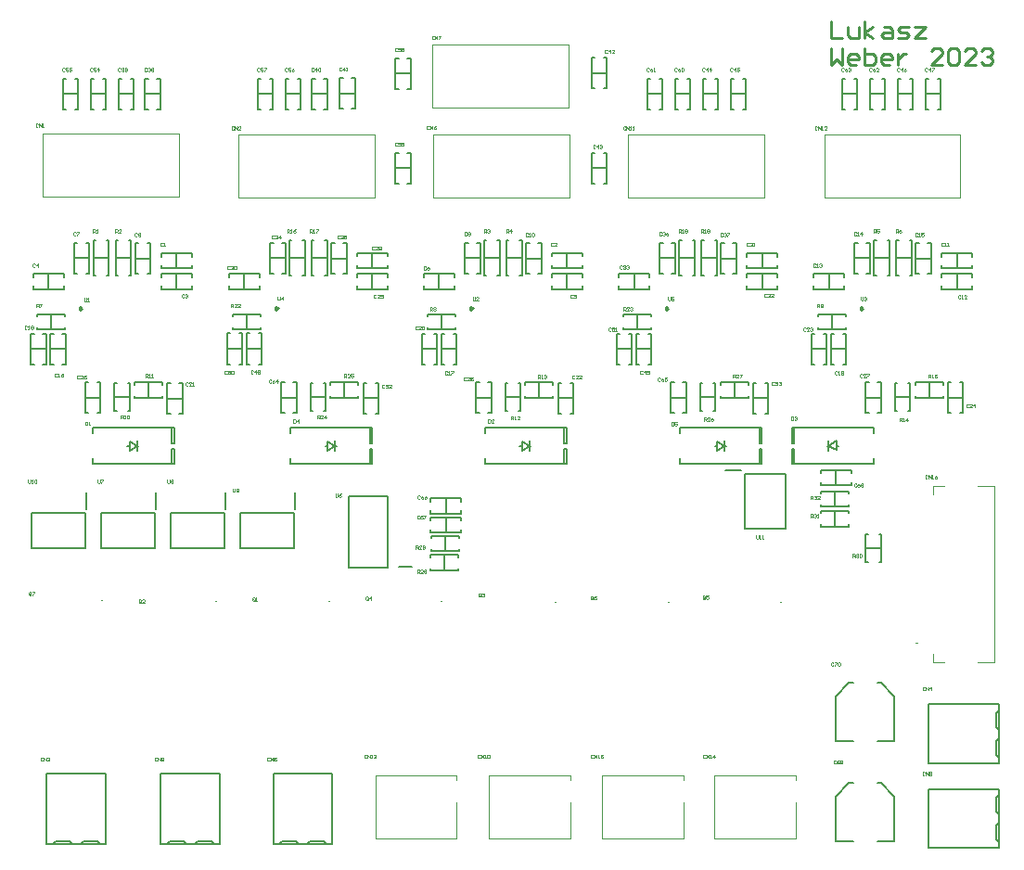
<source format=gto>
G04*
G04 #@! TF.GenerationSoftware,Altium Limited,Altium Designer,23.3.1 (30)*
G04*
G04 Layer_Color=65535*
%FSLAX25Y25*%
%MOIN*%
G70*
G04*
G04 #@! TF.SameCoordinates,A8F844DE-C0E2-4737-AB7E-767533C4F731*
G04*
G04*
G04 #@! TF.FilePolarity,Positive*
G04*
G01*
G75*
%ADD10C,0.00394*%
%ADD11C,0.00984*%
%ADD12C,0.00787*%
%ADD13C,0.00591*%
%ADD14C,0.01000*%
%ADD15C,0.00200*%
D10*
X528055Y239516D02*
X528449D01*
X528055D01*
X487555D02*
X487949D01*
X487555D01*
X447055D02*
X447449D01*
X447055D01*
X406055Y239697D02*
X406449D01*
X406055D01*
X365555D02*
X365949D01*
X365555D01*
X325055D02*
X325449D01*
X325055D01*
X284449Y240016D02*
X284055D01*
X284449D01*
X576760Y224689D02*
X577153D01*
X576760D01*
X598807Y217602D02*
X605106D01*
Y280988D01*
X598807D02*
X605106D01*
X583090D02*
X586996D01*
X583059Y277882D02*
X583090Y280988D01*
X583059Y217602D02*
Y220787D01*
Y217602D02*
X586996D01*
X543854Y384614D02*
X592673D01*
X543854D02*
Y407252D01*
X592673D01*
Y384614D02*
Y407252D01*
X522173Y384614D02*
Y407252D01*
X473354D02*
X522173D01*
X473354Y384614D02*
Y407252D01*
Y384614D02*
X522173D01*
X451831Y417114D02*
Y439752D01*
X403012D02*
X451831D01*
X403012Y417114D02*
Y439752D01*
Y417114D02*
X451831D01*
X452173Y384614D02*
Y407252D01*
X403354D02*
X452173D01*
X403354Y384614D02*
Y407252D01*
Y384614D02*
X452173D01*
X382173D02*
Y407252D01*
X333354D02*
X382173D01*
X333354Y384614D02*
Y407252D01*
Y384614D02*
X382173D01*
X311831Y385114D02*
Y407752D01*
X263012D02*
X311831D01*
X263012Y385114D02*
Y407752D01*
Y385114D02*
X311831D01*
X493146Y154248D02*
Y167437D01*
Y154248D02*
Y167437D01*
X464012Y154248D02*
X493146D01*
X464012D02*
X493146D01*
X464012D02*
Y176886D01*
Y154248D02*
Y176886D01*
X493146D01*
X464012D02*
X493146D01*
Y175311D02*
Y176886D01*
Y175311D02*
Y176886D01*
X452488Y175311D02*
Y176886D01*
Y175311D02*
Y176886D01*
X423354D02*
X452488D01*
X423354D02*
X452488D01*
X423354Y154248D02*
Y176886D01*
Y154248D02*
Y176886D01*
Y154248D02*
X452488D01*
X423354D02*
X452488D01*
Y167437D01*
Y154248D02*
Y167437D01*
X411646Y175311D02*
Y176886D01*
Y175311D02*
Y176886D01*
X382512D02*
X411646D01*
X382512D02*
X411646D01*
X382512Y154248D02*
Y176886D01*
Y154248D02*
Y176886D01*
Y154248D02*
X411646D01*
X382512D02*
X411646D01*
Y167437D01*
Y154248D02*
Y167437D01*
X533488Y175311D02*
Y176886D01*
Y175311D02*
Y176886D01*
X504354D02*
X533488D01*
X504354D02*
X533488D01*
X504354Y154248D02*
Y176886D01*
Y154248D02*
Y176886D01*
Y154248D02*
X533488D01*
X504354D02*
X533488D01*
Y167437D01*
Y154248D02*
Y167437D01*
D11*
X277075Y344858D02*
X276337Y345285D01*
Y344432D01*
X277075Y344858D01*
X417524Y344890D02*
X416785Y345316D01*
Y344464D01*
X417524Y344890D01*
X487575Y344858D02*
X486837Y345285D01*
Y344432D01*
X487575Y344858D01*
X557575D02*
X556837Y345285D01*
Y344432D01*
X557575Y344858D01*
X347524Y344921D02*
X346785Y345347D01*
Y344495D01*
X347524Y344921D01*
D12*
X552595Y210236D02*
X554169D01*
X547870Y205512D02*
X552595Y210236D01*
X547870Y189370D02*
Y205512D01*
Y189370D02*
X554169D01*
X562831Y210236D02*
X564405D01*
X569130Y205512D01*
Y189370D02*
Y205512D01*
X562831Y189370D02*
X569130D01*
X373110Y251705D02*
X386890D01*
X373110D02*
Y277295D01*
X386890D01*
Y251705D02*
Y277295D01*
X391024Y252098D02*
X395748D01*
X353146Y258701D02*
Y271299D01*
X333854Y258701D02*
X353146D01*
X333854D02*
Y271299D01*
X353146D01*
X353658Y272677D02*
Y278681D01*
X280874Y302000D02*
X310138D01*
X280874Y300126D02*
Y302000D01*
X310138Y296500D02*
Y302000D01*
X280874Y289000D02*
Y290874D01*
X309374Y296500D02*
X310138D01*
X309374D02*
Y302000D01*
Y289000D02*
Y294500D01*
X310138D01*
X280874Y289000D02*
X310138D01*
Y294500D01*
X296949Y293531D02*
Y297468D01*
X294193Y297075D02*
X296949Y295500D01*
X294193Y293531D02*
X296949Y295500D01*
X294193Y293531D02*
Y297075D01*
X296949Y295500D02*
X297342D01*
X293406D02*
X294193D01*
X352000Y302000D02*
X381264D01*
X352000Y300126D02*
Y302000D01*
X381264Y296500D02*
Y302000D01*
X352000Y289000D02*
Y290874D01*
X380500Y296500D02*
X381264D01*
X380500D02*
Y302000D01*
Y289000D02*
Y294500D01*
X381264D01*
X352000Y289000D02*
X381264D01*
Y294500D01*
X368075Y293531D02*
Y297468D01*
X365319Y297075D02*
X368075Y295500D01*
X365319Y293531D02*
X368075Y295500D01*
X365319Y293531D02*
Y297075D01*
X368075Y295500D02*
X368468D01*
X364531D02*
X365319D01*
X421874Y302000D02*
X451138D01*
X421874Y300126D02*
Y302000D01*
X451138Y296500D02*
Y302000D01*
X421874Y289000D02*
Y290874D01*
X450374Y296500D02*
X451138D01*
X450374D02*
Y302000D01*
Y289000D02*
Y294500D01*
X451138D01*
X421874Y289000D02*
X451138D01*
Y294500D01*
X437949Y293531D02*
Y297468D01*
X435193Y297075D02*
X437949Y295500D01*
X435193Y293531D02*
X437949Y295500D01*
X435193Y293531D02*
Y297075D01*
X437949Y295500D02*
X438343D01*
X434406D02*
X435193D01*
X504531D02*
X505319D01*
X508075D02*
X508468D01*
X505319Y293531D02*
Y297075D01*
Y293531D02*
X508075Y295500D01*
X505319Y297075D02*
X508075Y295500D01*
Y293531D02*
Y297468D01*
X521264Y289000D02*
Y294500D01*
X492000Y289000D02*
X521264D01*
X520500Y294500D02*
X521264D01*
X520500Y289000D02*
Y294500D01*
Y296500D02*
Y302000D01*
Y296500D02*
X521264D01*
X492000Y289000D02*
Y290874D01*
X521264Y296500D02*
Y302000D01*
X492000Y300126D02*
Y302000D01*
X521264D01*
X515416Y285343D02*
X529984D01*
Y265657D02*
Y285343D01*
X515416Y265657D02*
X529984D01*
X515416D02*
Y285343D01*
X508231Y286720D02*
X514039D01*
X326236Y177598D02*
X326630D01*
Y152402D02*
Y177598D01*
X305370Y152402D02*
X326630D01*
X305370D02*
Y177598D01*
X326236D01*
X318500Y153500D02*
X323500D01*
X317500Y152402D02*
X318500Y153500D01*
X323500D02*
X324500Y152402D01*
X313500Y153500D02*
X314500Y152402D01*
X307500D02*
X308500Y153500D01*
X313500D01*
X278146Y258701D02*
Y271299D01*
X258854Y258701D02*
X278146D01*
X258854D02*
Y271299D01*
X278146D01*
X278658Y272677D02*
Y278681D01*
X548181Y295500D02*
X548969D01*
X545031D02*
X545425D01*
X548181Y293925D02*
Y297468D01*
X545425Y295500D02*
X548181Y297468D01*
X545425Y295500D02*
X548181Y293925D01*
X545425Y293531D02*
Y297468D01*
X532236Y296500D02*
Y302000D01*
X561500D01*
X532236Y296500D02*
X533000D01*
Y302000D01*
Y289000D02*
Y294500D01*
X532236D02*
X533000D01*
X561500Y300126D02*
Y302000D01*
X532236Y289000D02*
Y294500D01*
X561500Y289000D02*
Y290874D01*
X532236Y289000D02*
X561500D01*
X303658Y272677D02*
Y278681D01*
X283854Y271299D02*
X303146D01*
X283854Y258701D02*
Y271299D01*
Y258701D02*
X303146D01*
Y271299D01*
X328658Y272677D02*
Y278681D01*
X308854Y271299D02*
X328146D01*
X308854Y258701D02*
Y271299D01*
Y258701D02*
X328146D01*
Y271299D01*
X605500Y184500D02*
Y189500D01*
Y184500D02*
X606598Y183500D01*
X605500Y189500D02*
X606598Y190500D01*
X605500Y199500D02*
X606598Y200500D01*
X605500Y194500D02*
X606598Y193500D01*
X605500Y194500D02*
Y199500D01*
X581402Y181370D02*
Y202236D01*
Y181370D02*
X606598D01*
Y202630D01*
X581402D02*
X606598D01*
X581402Y202236D02*
Y202630D01*
X267500Y153500D02*
X272500D01*
X266500Y152402D02*
X267500Y153500D01*
X272500D02*
X273500Y152402D01*
X282500Y153500D02*
X283500Y152402D01*
X276500D02*
X277500Y153500D01*
X282500D01*
X264370Y177598D02*
X285236D01*
X264370Y152402D02*
Y177598D01*
Y152402D02*
X285630D01*
Y177598D01*
X285236D02*
X285630D01*
X349000Y153500D02*
X354000D01*
X348000Y152402D02*
X349000Y153500D01*
X354000D02*
X355000Y152402D01*
X364000Y153500D02*
X365000Y152402D01*
X358000D02*
X359000Y153500D01*
X364000D01*
X345870Y177598D02*
X366736D01*
X345870Y152402D02*
Y177598D01*
Y152402D02*
X367130D01*
Y177598D01*
X366736D02*
X367130D01*
X552595Y174201D02*
X554169D01*
X547870Y169476D02*
X552595Y174201D01*
X547870Y153335D02*
Y169476D01*
Y153335D02*
X554169D01*
X562831Y174201D02*
X564405D01*
X569130Y169476D01*
Y153335D02*
Y169476D01*
X562831Y153335D02*
X569130D01*
X605500Y154000D02*
Y159000D01*
Y154000D02*
X606598Y153000D01*
X605500Y159000D02*
X606598Y160000D01*
X605500Y169000D02*
X606598Y170000D01*
X605500Y164000D02*
X606598Y163000D01*
X605500Y164000D02*
Y169000D01*
X581402Y150870D02*
Y171736D01*
Y150870D02*
X606598D01*
Y172130D01*
X581402D02*
X606598D01*
X581402Y171736D02*
Y172130D01*
D13*
X412459Y255500D02*
Y256256D01*
X402459D02*
X412459D01*
X402459Y255500D02*
Y256256D01*
Y250744D02*
Y251500D01*
Y250744D02*
X412459D01*
Y251500D01*
X407459Y250744D02*
Y256256D01*
X412500Y262300D02*
Y263056D01*
X402500D02*
X412500D01*
X402500Y262300D02*
Y263056D01*
Y257544D02*
Y258300D01*
Y257544D02*
X412500D01*
Y258300D01*
X407500Y257544D02*
Y263056D01*
X407900Y264244D02*
Y269756D01*
X413412Y264244D02*
Y265425D01*
X402388Y264244D02*
X413412D01*
X402388D02*
Y265425D01*
Y268575D02*
Y269756D01*
X413412D01*
Y268575D02*
Y269756D01*
X407900Y271044D02*
Y276556D01*
X413412Y271044D02*
Y272225D01*
X402388Y271044D02*
X413412D01*
X402388D02*
Y272225D01*
Y275375D02*
Y276556D01*
X413412D01*
Y275375D02*
Y276556D01*
X312075Y306988D02*
X313256D01*
Y318012D01*
X312075D02*
X313256D01*
X307744D02*
X308925D01*
X307744Y306988D02*
Y318012D01*
Y306988D02*
X308925D01*
X307744Y312500D02*
X313256D01*
X306000Y317449D02*
Y318205D01*
X296000D02*
X306000D01*
X296000Y317449D02*
Y318205D01*
Y312693D02*
Y313449D01*
Y312693D02*
X306000D01*
Y313449D01*
X301000Y312693D02*
Y318205D01*
X293500Y307949D02*
X294256D01*
Y317949D01*
X293500D02*
X294256D01*
X288744D02*
X289500D01*
X288744Y307949D02*
Y317949D01*
Y307949D02*
X289500D01*
X288744Y312949D02*
X294256D01*
X278244Y312791D02*
X283756D01*
X278244Y307279D02*
X279425D01*
X278244D02*
Y318303D01*
X279425D01*
X282575D02*
X283756D01*
Y307279D02*
Y318303D01*
X282575Y307279D02*
X283756D01*
X353024Y307343D02*
X354205D01*
Y318366D01*
X353024D02*
X354205D01*
X348693D02*
X349874D01*
X348693Y307343D02*
Y318366D01*
Y307343D02*
X349874D01*
X348693Y312854D02*
X354205D01*
X359193Y313012D02*
X364705D01*
X359193Y308012D02*
X359949D01*
X359193D02*
Y318012D01*
X359949D01*
X363949D02*
X364705D01*
Y308012D02*
Y318012D01*
X363949Y308012D02*
X364705D01*
X399937Y351724D02*
Y352906D01*
Y351724D02*
X410961D01*
Y352906D01*
Y356055D02*
Y357236D01*
X399937D02*
X410961D01*
X399937Y356055D02*
Y357236D01*
X405449Y351724D02*
Y357236D01*
X406449Y337224D02*
Y342736D01*
X411449Y337224D02*
Y337980D01*
X401449Y337224D02*
X411449D01*
X401449D02*
Y337980D01*
Y341980D02*
Y342736D01*
X411449D01*
Y341980D02*
Y342736D01*
X452575Y307146D02*
X453756D01*
Y318169D01*
X452575D02*
X453756D01*
X448244D02*
X449425D01*
X448244Y307146D02*
Y318169D01*
Y307146D02*
X449425D01*
X448244Y312657D02*
X453756D01*
X441449Y312724D02*
Y318236D01*
X436449Y317480D02*
Y318236D01*
X446449D01*
Y317480D02*
Y318236D01*
Y312724D02*
Y313480D01*
X436449Y312724D02*
X446449D01*
X436449D02*
Y313480D01*
X429193Y312980D02*
X434705D01*
X429193Y307980D02*
X429949D01*
X429193D02*
Y317980D01*
X429949D01*
X433949D02*
X434705D01*
Y307980D02*
Y317980D01*
X433949Y307980D02*
X434705D01*
X423024Y307311D02*
X424205D01*
Y318335D01*
X423024D02*
X424205D01*
X418693D02*
X419874D01*
X418693Y307311D02*
Y318335D01*
Y307311D02*
X419874D01*
X418693Y312823D02*
X424205D01*
X469988Y351693D02*
Y352874D01*
Y351693D02*
X481012D01*
Y352874D01*
Y356024D02*
Y357205D01*
X469988D02*
X481012D01*
X469988Y356024D02*
Y357205D01*
X475500Y351693D02*
Y357205D01*
X476500Y337193D02*
Y342705D01*
X481500Y337193D02*
Y337949D01*
X471500Y337193D02*
X481500D01*
X471500D02*
Y337949D01*
Y341949D02*
Y342705D01*
X481500D01*
Y341949D02*
Y342705D01*
X493075Y307279D02*
X494256D01*
Y318303D01*
X493075D02*
X494256D01*
X488744D02*
X489925D01*
X488744Y307279D02*
Y318303D01*
Y307279D02*
X489925D01*
X488744Y312791D02*
X494256D01*
X522575Y307146D02*
X523756D01*
Y318169D01*
X522575D02*
X523756D01*
X518244D02*
X519425D01*
X518244Y307146D02*
Y318169D01*
Y307146D02*
X519425D01*
X518244Y312657D02*
X523756D01*
X511500Y312693D02*
Y318205D01*
X516500Y312693D02*
Y313449D01*
X506500Y312693D02*
X516500D01*
X506500D02*
Y313449D01*
Y317449D02*
Y318205D01*
X516500D01*
Y317449D02*
Y318205D01*
X499244Y312949D02*
X504756D01*
X499244Y307949D02*
X500000D01*
X499244D02*
Y317949D01*
X500000D01*
X504000D02*
X504756D01*
Y307949D02*
Y317949D01*
X504000Y307949D02*
X504756D01*
X558744Y263659D02*
X559500D01*
X558744Y253659D02*
Y263659D01*
Y253659D02*
X559500D01*
X563500D02*
X564256D01*
Y263659D01*
X563500D02*
X564256D01*
X558744Y258659D02*
X564256D01*
X542800Y266444D02*
Y267200D01*
Y266444D02*
X552800D01*
Y267200D01*
Y271200D02*
Y271956D01*
X542800D02*
X552800D01*
X542800Y271200D02*
Y271956D01*
X547800Y266444D02*
Y271956D01*
Y273544D02*
Y279056D01*
X542800Y278300D02*
Y279056D01*
X552800D01*
Y278300D02*
Y279056D01*
Y273544D02*
Y274300D01*
X542800Y273544D02*
X552800D01*
X542800D02*
Y274300D01*
X553612Y285675D02*
Y286856D01*
X542588D02*
X553612D01*
X542588Y285675D02*
Y286856D01*
Y281344D02*
Y282525D01*
Y281344D02*
X553612D01*
Y282525D01*
X548100Y281344D02*
Y286856D01*
X592575Y307331D02*
X593756D01*
Y318354D01*
X592575D02*
X593756D01*
X588244D02*
X589425D01*
X588244Y307331D02*
Y318354D01*
Y307331D02*
X589425D01*
X588244Y312842D02*
X593756D01*
X581500Y312693D02*
Y318205D01*
X586500Y312693D02*
Y313449D01*
X576500Y312693D02*
X586500D01*
X576500D02*
Y313449D01*
Y317449D02*
Y318205D01*
X586500D01*
Y317449D02*
Y318205D01*
X569244Y312949D02*
X574756D01*
X569244Y307949D02*
X570000D01*
X569244D02*
Y317949D01*
X570000D01*
X574000D02*
X574756D01*
Y307949D02*
Y317949D01*
X574000Y307949D02*
X574756D01*
X563075Y307279D02*
X564256D01*
Y318303D01*
X563075D02*
X564256D01*
X558744D02*
X559925D01*
X558744Y307279D02*
Y318303D01*
Y307279D02*
X559925D01*
X558744Y312791D02*
X564256D01*
X460244Y395342D02*
X465756D01*
X460244Y389831D02*
X461425D01*
X460244D02*
Y400854D01*
X461425D01*
X464575D02*
X465756D01*
Y389831D02*
Y400854D01*
X464575Y389831D02*
X465756D01*
X460244Y429500D02*
X465756D01*
X460244Y423988D02*
X461425D01*
X460244D02*
Y435012D01*
X461425D01*
X464575D02*
X465756D01*
Y423988D02*
Y435012D01*
X464575Y423988D02*
X465756D01*
X521500Y359193D02*
Y364705D01*
X527012Y359193D02*
Y360374D01*
X515988Y359193D02*
X527012D01*
X515988D02*
Y360374D01*
Y363524D02*
Y364705D01*
X527012D01*
Y363524D02*
Y364705D01*
X499744Y362992D02*
X505256D01*
X499744Y356693D02*
X500500D01*
X499744D02*
Y369291D01*
X500500D01*
X504500D02*
X505256D01*
Y356693D02*
Y369291D01*
X504500Y356693D02*
X505256D01*
X266000Y337193D02*
Y342705D01*
X271000Y337193D02*
Y337949D01*
X261000Y337193D02*
X271000D01*
X261000D02*
Y337949D01*
Y341949D02*
Y342705D01*
X271000D01*
Y341949D02*
Y342705D01*
X289244Y362992D02*
X294756D01*
X289244Y356693D02*
X290000D01*
X289244D02*
Y369291D01*
X290000D01*
X294000D02*
X294756D01*
Y356693D02*
Y369291D01*
X294000Y356693D02*
X294756D01*
X281244Y362992D02*
X286756D01*
X281244Y356693D02*
X282000D01*
X281244D02*
Y369291D01*
X282000D01*
X286000D02*
X286756D01*
Y356693D02*
Y369291D01*
X286000Y356693D02*
X286756D01*
X258744Y335803D02*
X259925D01*
X258744Y324780D02*
Y335803D01*
Y324780D02*
X259925D01*
X263075D02*
X264256D01*
Y335803D01*
X263075D02*
X264256D01*
X258744Y330291D02*
X264256D01*
X265744Y335803D02*
X266925D01*
X265744Y324780D02*
Y335803D01*
Y324780D02*
X266925D01*
X270075D02*
X271256D01*
Y335803D01*
X270075D02*
X271256D01*
X265744Y330291D02*
X271256D01*
X300575Y357279D02*
X301756D01*
Y368303D01*
X300575D02*
X301756D01*
X296244D02*
X297425D01*
X296244Y357279D02*
Y368303D01*
Y357279D02*
X297425D01*
X296244Y362791D02*
X301756D01*
X278575Y357437D02*
X279756D01*
Y368461D01*
X278575D02*
X279756D01*
X274244D02*
X275425D01*
X274244Y357437D02*
Y368461D01*
Y357437D02*
X275425D01*
X274244Y362949D02*
X279756D01*
X259488Y351693D02*
Y352874D01*
Y351693D02*
X270512D01*
Y352874D01*
Y356024D02*
Y357205D01*
X259488D02*
X270512D01*
X259488Y356024D02*
Y357205D01*
X265000Y351693D02*
Y357205D01*
X316512Y356024D02*
Y357205D01*
X305488D02*
X316512D01*
X305488Y356024D02*
Y357205D01*
Y351693D02*
Y352874D01*
Y351693D02*
X316512D01*
Y352874D01*
X311000Y351693D02*
Y357205D01*
Y359193D02*
Y364705D01*
X316512Y359193D02*
Y360374D01*
X305488Y359193D02*
X316512D01*
X305488D02*
Y360374D01*
Y363524D02*
Y364705D01*
X316512D01*
Y363524D02*
Y364705D01*
X546244Y330291D02*
X551756D01*
X550575Y335803D02*
X551756D01*
Y324780D02*
Y335803D01*
X550575Y324780D02*
X551756D01*
X546244D02*
X547425D01*
X546244D02*
Y335803D01*
X547425D01*
X539244Y330291D02*
X544756D01*
X543575Y335803D02*
X544756D01*
Y324780D02*
Y335803D01*
X543575Y324780D02*
X544756D01*
X539244D02*
X540425D01*
X539244D02*
Y335803D01*
X540425D01*
X591500Y351693D02*
Y357205D01*
X597012Y351693D02*
Y352874D01*
X585988Y351693D02*
X597012D01*
X585988D02*
Y352874D01*
Y356024D02*
Y357205D01*
X597012D01*
Y356024D02*
Y357205D01*
Y363524D02*
Y364705D01*
X585988D02*
X597012D01*
X585988Y363524D02*
Y364705D01*
Y359193D02*
Y360374D01*
Y359193D02*
X597012D01*
Y360374D01*
X591500Y359193D02*
Y364705D01*
X545500Y351693D02*
Y357205D01*
X539988Y356024D02*
Y357205D01*
X551012D01*
Y356024D02*
Y357205D01*
Y351693D02*
Y352874D01*
X539988Y351693D02*
X551012D01*
X539988D02*
Y352874D01*
X554744Y362949D02*
X560256D01*
X554744Y357437D02*
X555925D01*
X554744D02*
Y368461D01*
X555925D01*
X559075D02*
X560256D01*
Y357437D02*
Y368461D01*
X559075Y357437D02*
X560256D01*
X576744Y362791D02*
X582256D01*
X576744Y357279D02*
X577925D01*
X576744D02*
Y368303D01*
X577925D01*
X581075D02*
X582256D01*
Y357279D02*
Y368303D01*
X581075Y357279D02*
X582256D01*
X566500Y356693D02*
X567256D01*
Y369291D01*
X566500D02*
X567256D01*
X561744D02*
X562500D01*
X561744Y356693D02*
Y369291D01*
Y356693D02*
X562500D01*
X561744Y362992D02*
X567256D01*
X574500Y356693D02*
X575256D01*
Y369291D01*
X574500D02*
X575256D01*
X569744D02*
X570500D01*
X569744Y356693D02*
Y369291D01*
Y356693D02*
X570500D01*
X569744Y362992D02*
X575256D01*
X551500Y341949D02*
Y342705D01*
X541500D02*
X551500D01*
X541500Y341949D02*
Y342705D01*
Y337193D02*
Y337949D01*
Y337193D02*
X551500D01*
Y337949D01*
X546500Y337193D02*
Y342705D01*
X476244Y330291D02*
X481756D01*
X480575Y335803D02*
X481756D01*
Y324780D02*
Y335803D01*
X480575Y324780D02*
X481756D01*
X476244D02*
X477425D01*
X476244D02*
Y335803D01*
X477425D01*
X469244Y330291D02*
X474756D01*
X473575Y335803D02*
X474756D01*
Y324780D02*
Y335803D01*
X473575Y324780D02*
X474756D01*
X469244D02*
X470425D01*
X469244D02*
Y335803D01*
X470425D01*
X521500Y351693D02*
Y357205D01*
X527012Y351693D02*
Y352874D01*
X515988Y351693D02*
X527012D01*
X515988D02*
Y352874D01*
Y356024D02*
Y357205D01*
X527012D01*
Y356024D02*
Y357205D01*
X496500Y356693D02*
X497256D01*
Y369291D01*
X496500D02*
X497256D01*
X491744D02*
X492500D01*
X491744Y356693D02*
Y369291D01*
Y356693D02*
X492500D01*
X491744Y362992D02*
X497256D01*
X506744Y362791D02*
X512256D01*
X506744Y357279D02*
X507925D01*
X506744D02*
Y368303D01*
X507925D01*
X511075D02*
X512256D01*
Y357279D02*
Y368303D01*
X511075Y357279D02*
X512256D01*
X484744Y362949D02*
X490256D01*
X484744Y357437D02*
X485925D01*
X484744D02*
Y368461D01*
X485925D01*
X489075D02*
X490256D01*
Y357437D02*
Y368461D01*
X489075Y357437D02*
X490256D01*
X434449Y356724D02*
X435205D01*
Y369323D01*
X434449D02*
X435205D01*
X429693D02*
X430449D01*
X429693Y356724D02*
Y369323D01*
Y356724D02*
X430449D01*
X429693Y363024D02*
X435205D01*
X426449Y356724D02*
X427205D01*
Y369323D01*
X426449D02*
X427205D01*
X421693D02*
X422449D01*
X421693Y356724D02*
Y369323D01*
Y356724D02*
X422449D01*
X421693Y363024D02*
X427205D01*
X399193Y330323D02*
X404705D01*
X403524Y335835D02*
X404705D01*
Y324811D02*
Y335835D01*
X403524Y324811D02*
X404705D01*
X399193D02*
X400374D01*
X399193D02*
Y335835D01*
X400374D01*
X406193Y330323D02*
X411705D01*
X410524Y335835D02*
X411705D01*
Y324811D02*
Y335835D01*
X410524Y324811D02*
X411705D01*
X406193D02*
X407374D01*
X406193D02*
Y335835D01*
X407374D01*
X436693Y362823D02*
X442205D01*
X436693Y357311D02*
X437874D01*
X436693D02*
Y368335D01*
X437874D01*
X441024D02*
X442205D01*
Y357311D02*
Y368335D01*
X441024Y357311D02*
X442205D01*
X414693Y362980D02*
X420205D01*
X414693Y357469D02*
X415874D01*
X414693D02*
Y368492D01*
X415874D01*
X419024D02*
X420205D01*
Y357469D02*
Y368492D01*
X419024Y357469D02*
X420205D01*
X451449Y351724D02*
Y357236D01*
X456961Y351724D02*
Y352906D01*
X445937Y351724D02*
X456961D01*
X445937D02*
Y352906D01*
Y356055D02*
Y357236D01*
X456961D01*
Y356055D02*
Y357236D01*
Y363555D02*
Y364736D01*
X445937D02*
X456961D01*
X445937Y363555D02*
Y364736D01*
Y359224D02*
Y360405D01*
Y359224D02*
X456961D01*
Y360405D01*
X451449Y359224D02*
Y364736D01*
X344693Y363012D02*
X350205D01*
X344693Y357500D02*
X345874D01*
X344693D02*
Y368524D01*
X345874D01*
X349024D02*
X350205D01*
Y357500D02*
Y368524D01*
X349024Y357500D02*
X350205D01*
X366693Y362854D02*
X372205D01*
X366693Y357343D02*
X367874D01*
X366693D02*
Y368366D01*
X367874D01*
X371024D02*
X372205D01*
Y357343D02*
Y368366D01*
X371024Y357343D02*
X372205D01*
X376449Y317512D02*
Y318268D01*
X366449D02*
X376449D01*
X366449Y317512D02*
Y318268D01*
Y312756D02*
Y313512D01*
Y312756D02*
X376449D01*
Y313512D01*
X371449Y312756D02*
Y318268D01*
X341449Y342012D02*
Y342768D01*
X331449D02*
X341449D01*
X331449Y342012D02*
Y342768D01*
Y337256D02*
Y338012D01*
Y337256D02*
X341449D01*
Y338012D01*
X336449Y337256D02*
Y342768D01*
X364449Y356756D02*
X365205D01*
Y369354D01*
X364449D02*
X365205D01*
X359693D02*
X360449D01*
X359693Y356756D02*
Y369354D01*
Y356756D02*
X360449D01*
X359693Y363055D02*
X365205D01*
X356449Y356756D02*
X357205D01*
Y369354D01*
X356449D02*
X357205D01*
X351693D02*
X352449D01*
X351693Y356756D02*
Y369354D01*
Y356756D02*
X352449D01*
X351693Y363055D02*
X357205D01*
X329193Y330354D02*
X334705D01*
X333524Y335866D02*
X334705D01*
Y324843D02*
Y335866D01*
X333524Y324843D02*
X334705D01*
X329193D02*
X330374D01*
X329193D02*
Y335866D01*
X330374D01*
X336193Y330354D02*
X341705D01*
X340524Y335866D02*
X341705D01*
Y324843D02*
Y335866D01*
X340524Y324843D02*
X341705D01*
X336193D02*
X337374D01*
X336193D02*
Y335866D01*
X337374D01*
X335449Y351756D02*
Y357268D01*
X329937Y356087D02*
Y357268D01*
X340961D01*
Y356087D02*
Y357268D01*
Y351756D02*
Y352937D01*
X329937Y351756D02*
X340961D01*
X329937D02*
Y352937D01*
X381449Y351756D02*
Y357268D01*
X386961Y351756D02*
Y352937D01*
X375937Y351756D02*
X386961D01*
X375937D02*
Y352937D01*
Y356087D02*
Y357268D01*
X386961D01*
Y356087D02*
Y357268D01*
Y363587D02*
Y364768D01*
X375937D02*
X386961D01*
X375937Y363587D02*
Y364768D01*
Y359256D02*
Y360437D01*
Y359256D02*
X386961D01*
Y360437D01*
X381449Y359256D02*
Y364768D01*
X378244Y312657D02*
X383756D01*
X378244Y307146D02*
X379425D01*
X378244D02*
Y318169D01*
X379425D01*
X382575D02*
X383756D01*
Y307146D02*
Y318169D01*
X382575Y307146D02*
X383756D01*
X290244Y427512D02*
X291425D01*
X290244Y416488D02*
Y427512D01*
Y416488D02*
X291425D01*
X294575D02*
X295756D01*
Y427512D01*
X294575D02*
X295756D01*
X290244Y422000D02*
X295756D01*
X580244Y427512D02*
X581425D01*
X580244Y416488D02*
Y427512D01*
Y416488D02*
X581425D01*
X584575D02*
X585756D01*
Y427512D01*
X584575D02*
X585756D01*
X580244Y422000D02*
X585756D01*
X570244Y427512D02*
X571425D01*
X570244Y416488D02*
Y427512D01*
Y416488D02*
X571425D01*
X574575D02*
X575756D01*
Y427512D01*
X574575D02*
X575756D01*
X570244Y422000D02*
X575756D01*
X510244Y427512D02*
X511425D01*
X510244Y416488D02*
Y427512D01*
Y416488D02*
X511425D01*
X514575D02*
X515756D01*
Y427512D01*
X514575D02*
X515756D01*
X510244Y422000D02*
X515756D01*
X500244Y427512D02*
X501425D01*
X500244Y416488D02*
Y427512D01*
Y416488D02*
X501425D01*
X504575D02*
X505756D01*
Y427512D01*
X504575D02*
X505756D01*
X500244Y422000D02*
X505756D01*
X369744Y427669D02*
X370925D01*
X369744Y416646D02*
Y427669D01*
Y416646D02*
X370925D01*
X374075D02*
X375256D01*
Y427669D01*
X374075D02*
X375256D01*
X369744Y422157D02*
X375256D01*
X359744Y427512D02*
X360925D01*
X359744Y416488D02*
Y427512D01*
Y416488D02*
X360925D01*
X364075D02*
X365256D01*
Y427512D01*
X364075D02*
X365256D01*
X359744Y422000D02*
X365256D01*
X299744Y427512D02*
X300925D01*
X299744Y416488D02*
Y427512D01*
Y416488D02*
X300925D01*
X304075D02*
X305256D01*
Y427512D01*
X304075D02*
X305256D01*
X299744Y422000D02*
X305256D01*
X280244Y427512D02*
X281425D01*
X280244Y416488D02*
Y427512D01*
Y416488D02*
X281425D01*
X284575D02*
X285756D01*
Y427512D01*
X284575D02*
X285756D01*
X280244Y422000D02*
X285756D01*
X550244Y427512D02*
X551425D01*
X550244Y416488D02*
Y427512D01*
Y416488D02*
X551425D01*
X554575D02*
X555756D01*
Y427512D01*
X554575D02*
X555756D01*
X550244Y422000D02*
X555756D01*
X560244Y427512D02*
X561425D01*
X560244Y416488D02*
Y427512D01*
Y416488D02*
X561425D01*
X564575D02*
X565756D01*
Y427512D01*
X564575D02*
X565756D01*
X560244Y422000D02*
X565756D01*
X480244Y427512D02*
X481425D01*
X480244Y416488D02*
Y427512D01*
Y416488D02*
X481425D01*
X484575D02*
X485756D01*
Y427512D01*
X484575D02*
X485756D01*
X480244Y422000D02*
X485756D01*
X490244Y427512D02*
X491425D01*
X490244Y416488D02*
Y427512D01*
Y416488D02*
X491425D01*
X494575D02*
X495756D01*
Y427512D01*
X494575D02*
X495756D01*
X490244Y422000D02*
X495756D01*
X394075Y389831D02*
X395256D01*
Y400854D01*
X394075D02*
X395256D01*
X389744D02*
X390925D01*
X389744Y389831D02*
Y400854D01*
Y389831D02*
X390925D01*
X389744Y395342D02*
X395256D01*
X394075Y423831D02*
X395256D01*
Y434854D01*
X394075D02*
X395256D01*
X389744D02*
X390925D01*
X389744Y423831D02*
Y434854D01*
Y423831D02*
X390925D01*
X389744Y429343D02*
X395256D01*
X340244Y427512D02*
X341425D01*
X340244Y416488D02*
Y427512D01*
Y416488D02*
X341425D01*
X344575D02*
X345756D01*
Y427512D01*
X344575D02*
X345756D01*
X340244Y422000D02*
X345756D01*
X350244Y427512D02*
X351425D01*
X350244Y416488D02*
Y427512D01*
Y416488D02*
X351425D01*
X354575D02*
X355756D01*
Y427512D01*
X354575D02*
X355756D01*
X350244Y422000D02*
X355756D01*
X270244Y427512D02*
X271425D01*
X270244Y416488D02*
Y427512D01*
Y416488D02*
X271425D01*
X274575D02*
X275756D01*
Y427512D01*
X274575D02*
X275756D01*
X270244Y422000D02*
X275756D01*
D14*
X546200Y447896D02*
Y441898D01*
X550199D01*
X552198Y445896D02*
Y442897D01*
X553198Y441898D01*
X556197D01*
Y445896D01*
X558196Y441898D02*
Y447896D01*
Y443897D02*
X561195Y445896D01*
X558196Y443897D02*
X561195Y441898D01*
X565194Y445896D02*
X567193D01*
X568193Y444897D01*
Y441898D01*
X565194D01*
X564194Y442897D01*
X565194Y443897D01*
X568193D01*
X570192Y441898D02*
X573191D01*
X574191Y442897D01*
X573191Y443897D01*
X571192D01*
X570192Y444897D01*
X571192Y445896D01*
X574191D01*
X576190D02*
X580189D01*
X576190Y441898D01*
X580189D01*
X546200Y438298D02*
Y432300D01*
X548199Y434299D01*
X550199Y432300D01*
Y438298D01*
X555197Y432300D02*
X553198D01*
X552198Y433300D01*
Y435299D01*
X553198Y436299D01*
X555197D01*
X556197Y435299D01*
Y434299D01*
X552198D01*
X558196Y438298D02*
Y432300D01*
X561195D01*
X562195Y433300D01*
Y434299D01*
Y435299D01*
X561195Y436299D01*
X558196D01*
X567193Y432300D02*
X565194D01*
X564194Y433300D01*
Y435299D01*
X565194Y436299D01*
X567193D01*
X568193Y435299D01*
Y434299D01*
X564194D01*
X570192Y436299D02*
Y432300D01*
Y434299D01*
X571192Y435299D01*
X572192Y436299D01*
X573191D01*
X586187Y432300D02*
X582188D01*
X586187Y436299D01*
Y437298D01*
X585187Y438298D01*
X583188D01*
X582188Y437298D01*
X588186D02*
X589186Y438298D01*
X591186D01*
X592185Y437298D01*
Y433300D01*
X591186Y432300D01*
X589186D01*
X588186Y433300D01*
Y437298D01*
X598183Y432300D02*
X594184D01*
X598183Y436299D01*
Y437298D01*
X597184Y438298D01*
X595184D01*
X594184Y437298D01*
X600182D02*
X601182Y438298D01*
X603182D01*
X604181Y437298D01*
Y436299D01*
X603182Y435299D01*
X602182D01*
X603182D01*
X604181Y434299D01*
Y433300D01*
X603182Y432300D01*
X601182D01*
X600182Y433300D01*
D15*
X519400Y263200D02*
Y262200D01*
X519600Y262000D01*
X520000D01*
X520200Y262200D01*
Y263200D01*
X520600Y262000D02*
X521000D01*
X520800D01*
Y263200D01*
X520600Y263000D01*
X521600Y262000D02*
X522000D01*
X521800D01*
Y263200D01*
X521600Y263000D01*
X257800Y283200D02*
Y282200D01*
X258000Y282000D01*
X258400D01*
X258600Y282200D01*
Y283200D01*
X259000Y282000D02*
X259400D01*
X259200D01*
Y283200D01*
X259000Y283000D01*
X259999D02*
X260199Y283200D01*
X260599D01*
X260799Y283000D01*
Y282200D01*
X260599Y282000D01*
X260199D01*
X259999Y282200D01*
Y283000D01*
X331300Y280100D02*
Y279100D01*
X331500Y278900D01*
X331900D01*
X332100Y279100D01*
Y280100D01*
X332500Y279100D02*
X332700Y278900D01*
X333100D01*
X333300Y279100D01*
Y279900D01*
X333100Y280100D01*
X332700D01*
X332500Y279900D01*
Y279700D01*
X332700Y279500D01*
X333300D01*
X307800Y283200D02*
Y282200D01*
X308000Y282000D01*
X308400D01*
X308600Y282200D01*
Y283200D01*
X309000Y283000D02*
X309200Y283200D01*
X309599D01*
X309799Y283000D01*
Y282800D01*
X309599Y282600D01*
X309799Y282400D01*
Y282200D01*
X309599Y282000D01*
X309200D01*
X309000Y282200D01*
Y282400D01*
X309200Y282600D01*
X309000Y282800D01*
Y283000D01*
X309200Y282600D02*
X309599D01*
X282800Y283200D02*
Y282200D01*
X283000Y282000D01*
X283400D01*
X283600Y282200D01*
Y283200D01*
X284000D02*
X284799D01*
Y283000D01*
X284000Y282200D01*
Y282000D01*
X368200Y278300D02*
Y277300D01*
X368400Y277100D01*
X368800D01*
X369000Y277300D01*
Y278300D01*
X370200D02*
X369800Y278100D01*
X369400Y277700D01*
Y277300D01*
X369600Y277100D01*
X370000D01*
X370200Y277300D01*
Y277500D01*
X370000Y277700D01*
X369400D01*
X487700Y348900D02*
Y347900D01*
X487900Y347700D01*
X488300D01*
X488500Y347900D01*
Y348900D01*
X489700D02*
X488900D01*
Y348300D01*
X489300Y348500D01*
X489500D01*
X489700Y348300D01*
Y347900D01*
X489500Y347700D01*
X489100D01*
X488900Y347900D01*
X347400Y349100D02*
Y348100D01*
X347600Y347900D01*
X348000D01*
X348200Y348100D01*
Y349100D01*
X349200Y347900D02*
Y349100D01*
X348600Y348500D01*
X349400D01*
X557000Y349000D02*
Y348000D01*
X557200Y347800D01*
X557600D01*
X557800Y348000D01*
Y349000D01*
X558200Y348800D02*
X558400Y349000D01*
X558800D01*
X559000Y348800D01*
Y348600D01*
X558800Y348400D01*
X558600D01*
X558800D01*
X559000Y348200D01*
Y348000D01*
X558800Y347800D01*
X558400D01*
X558200Y348000D01*
X417600Y349000D02*
Y348000D01*
X417800Y347800D01*
X418200D01*
X418400Y348000D01*
Y349000D01*
X419600Y347800D02*
X418800D01*
X419600Y348600D01*
Y348800D01*
X419400Y349000D01*
X419000D01*
X418800Y348800D01*
X277900Y348700D02*
Y347700D01*
X278100Y347500D01*
X278500D01*
X278700Y347700D01*
Y348700D01*
X279100Y347500D02*
X279500D01*
X279300D01*
Y348700D01*
X279100Y348500D01*
X539001Y276300D02*
Y277500D01*
X539600D01*
X539800Y277300D01*
Y276900D01*
X539600Y276700D01*
X539001D01*
X539400D02*
X539800Y276300D01*
X540200Y277300D02*
X540400Y277500D01*
X540800D01*
X541000Y277300D01*
Y277100D01*
X540800Y276900D01*
X540600D01*
X540800D01*
X541000Y276700D01*
Y276500D01*
X540800Y276300D01*
X540400D01*
X540200Y276500D01*
X542200Y276300D02*
X541400D01*
X542200Y277100D01*
Y277300D01*
X541999Y277500D01*
X541600D01*
X541400Y277300D01*
X538901Y269700D02*
Y270900D01*
X539500D01*
X539700Y270700D01*
Y270300D01*
X539500Y270100D01*
X538901D01*
X539300D02*
X539700Y269700D01*
X540100Y270700D02*
X540300Y270900D01*
X540700D01*
X540900Y270700D01*
Y270500D01*
X540700Y270300D01*
X540500D01*
X540700D01*
X540900Y270100D01*
Y269900D01*
X540700Y269700D01*
X540300D01*
X540100Y269900D01*
X541300Y269700D02*
X541700D01*
X541500D01*
Y270900D01*
X541300Y270700D01*
X554101Y255500D02*
Y256700D01*
X554700D01*
X554900Y256500D01*
Y256100D01*
X554700Y255900D01*
X554101D01*
X554500D02*
X554900Y255500D01*
X555300Y256500D02*
X555500Y256700D01*
X555900D01*
X556100Y256500D01*
Y256300D01*
X555900Y256100D01*
X555700D01*
X555900D01*
X556100Y255900D01*
Y255700D01*
X555900Y255500D01*
X555500D01*
X555300Y255700D01*
X556500Y256500D02*
X556700Y256700D01*
X557099D01*
X557300Y256500D01*
Y255700D01*
X557099Y255500D01*
X556700D01*
X556500Y255700D01*
Y256500D01*
X397601Y249700D02*
Y250900D01*
X398200D01*
X398400Y250700D01*
Y250300D01*
X398200Y250100D01*
X397601D01*
X398000D02*
X398400Y249700D01*
X399600D02*
X398800D01*
X399600Y250500D01*
Y250700D01*
X399400Y250900D01*
X399000D01*
X398800Y250700D01*
X400000Y249900D02*
X400200Y249700D01*
X400599D01*
X400800Y249900D01*
Y250700D01*
X400599Y250900D01*
X400200D01*
X400000Y250700D01*
Y250500D01*
X400200Y250300D01*
X400800D01*
X397100Y258500D02*
Y259700D01*
X397700D01*
X397900Y259500D01*
Y259100D01*
X397700Y258900D01*
X397100D01*
X397500D02*
X397900Y258500D01*
X399100D02*
X398300D01*
X399100Y259300D01*
Y259500D01*
X398900Y259700D01*
X398500D01*
X398300Y259500D01*
X399500D02*
X399700Y259700D01*
X400100D01*
X400300Y259500D01*
Y259300D01*
X400100Y259100D01*
X400300Y258900D01*
Y258700D01*
X400100Y258500D01*
X399700D01*
X399500Y258700D01*
Y258900D01*
X399700Y259100D01*
X399500Y259300D01*
Y259500D01*
X399700Y259100D02*
X400100D01*
X511100Y319900D02*
Y321100D01*
X511700D01*
X511900Y320900D01*
Y320500D01*
X511700Y320300D01*
X511100D01*
X511500D02*
X511900Y319900D01*
X513100D02*
X512300D01*
X513100Y320700D01*
Y320900D01*
X512900Y321100D01*
X512500D01*
X512300Y320900D01*
X513500Y321100D02*
X514299D01*
Y320900D01*
X513500Y320100D01*
Y319900D01*
X500701Y304500D02*
Y305700D01*
X501300D01*
X501500Y305500D01*
Y305100D01*
X501300Y304900D01*
X500701D01*
X501100D02*
X501500Y304500D01*
X502700D02*
X501900D01*
X502700Y305300D01*
Y305500D01*
X502500Y305700D01*
X502100D01*
X501900Y305500D01*
X503899Y305700D02*
X503500Y305500D01*
X503100Y305100D01*
Y304700D01*
X503300Y304500D01*
X503699D01*
X503899Y304700D01*
Y304900D01*
X503699Y305100D01*
X503100D01*
X371301Y320000D02*
Y321200D01*
X371900D01*
X372100Y321000D01*
Y320600D01*
X371900Y320400D01*
X371301D01*
X371700D02*
X372100Y320000D01*
X373300D02*
X372500D01*
X373300Y320800D01*
Y321000D01*
X373100Y321200D01*
X372700D01*
X372500Y321000D01*
X374500Y321200D02*
X373700D01*
Y320600D01*
X374100Y320800D01*
X374300D01*
X374500Y320600D01*
Y320200D01*
X374300Y320000D01*
X373900D01*
X373700Y320200D01*
X361701Y305200D02*
Y306400D01*
X362300D01*
X362500Y306200D01*
Y305800D01*
X362300Y305600D01*
X361701D01*
X362100D02*
X362500Y305200D01*
X363700D02*
X362900D01*
X363700Y306000D01*
Y306200D01*
X363500Y306400D01*
X363100D01*
X362900Y306200D01*
X364700Y305200D02*
Y306400D01*
X364100Y305800D01*
X364899D01*
X471700Y344100D02*
Y345300D01*
X472300D01*
X472500Y345100D01*
Y344700D01*
X472300Y344500D01*
X471700D01*
X472100D02*
X472500Y344100D01*
X473700D02*
X472900D01*
X473700Y344900D01*
Y345100D01*
X473500Y345300D01*
X473100D01*
X472900Y345100D01*
X474100D02*
X474300Y345300D01*
X474699D01*
X474899Y345100D01*
Y344900D01*
X474699Y344700D01*
X474500D01*
X474699D01*
X474899Y344500D01*
Y344300D01*
X474699Y344100D01*
X474300D01*
X474100Y344300D01*
X330649Y345312D02*
Y346511D01*
X331249D01*
X331449Y346311D01*
Y345912D01*
X331249Y345712D01*
X330649D01*
X331049D02*
X331449Y345312D01*
X332648D02*
X331849D01*
X332648Y346111D01*
Y346311D01*
X332449Y346511D01*
X332049D01*
X331849Y346311D01*
X333848Y345312D02*
X333048D01*
X333848Y346111D01*
Y346311D01*
X333648Y346511D01*
X333248D01*
X333048Y346311D01*
X499600Y372000D02*
Y373200D01*
X500200D01*
X500400Y373000D01*
Y372600D01*
X500200Y372400D01*
X499600D01*
X500000D02*
X500400Y372000D01*
X500800D02*
X501199D01*
X500999D01*
Y373200D01*
X500800Y373000D01*
X501799Y372200D02*
X501999Y372000D01*
X502399D01*
X502599Y372200D01*
Y373000D01*
X502399Y373200D01*
X501999D01*
X501799Y373000D01*
Y372800D01*
X501999Y372600D01*
X502599D01*
X491600Y372000D02*
Y373200D01*
X492200D01*
X492400Y373000D01*
Y372600D01*
X492200Y372400D01*
X491600D01*
X492000D02*
X492400Y372000D01*
X492800D02*
X493199D01*
X493000D01*
Y373200D01*
X492800Y373000D01*
X493799D02*
X493999Y373200D01*
X494399D01*
X494599Y373000D01*
Y372800D01*
X494399Y372600D01*
X494599Y372400D01*
Y372200D01*
X494399Y372000D01*
X493999D01*
X493799Y372200D01*
Y372400D01*
X493999Y372600D01*
X493799Y372800D01*
Y373000D01*
X493999Y372600D02*
X494399D01*
X359049Y372012D02*
Y373211D01*
X359649D01*
X359849Y373011D01*
Y372612D01*
X359649Y372412D01*
X359049D01*
X359449D02*
X359849Y372012D01*
X360249D02*
X360648D01*
X360449D01*
Y373211D01*
X360249Y373011D01*
X361248Y373211D02*
X362048D01*
Y373011D01*
X361248Y372212D01*
Y372012D01*
X350849D02*
Y373211D01*
X351449D01*
X351649Y373011D01*
Y372612D01*
X351449Y372412D01*
X350849D01*
X351249D02*
X351649Y372012D01*
X352049D02*
X352449D01*
X352249D01*
Y373211D01*
X352049Y373011D01*
X353848Y373211D02*
X353448Y373011D01*
X353048Y372612D01*
Y372212D01*
X353248Y372012D01*
X353648D01*
X353848Y372212D01*
Y372412D01*
X353648Y372612D01*
X353048D01*
X581300Y319900D02*
Y321100D01*
X581900D01*
X582100Y320900D01*
Y320500D01*
X581900Y320300D01*
X581300D01*
X581700D02*
X582100Y319900D01*
X582500D02*
X582900D01*
X582700D01*
Y321100D01*
X582500Y320900D01*
X584300Y321100D02*
X583500D01*
Y320500D01*
X583900Y320700D01*
X584100D01*
X584300Y320500D01*
Y320100D01*
X584100Y319900D01*
X583700D01*
X583500Y320100D01*
X570900Y304200D02*
Y305400D01*
X571500D01*
X571700Y305200D01*
Y304800D01*
X571500Y304600D01*
X570900D01*
X571300D02*
X571700Y304200D01*
X572100D02*
X572500D01*
X572300D01*
Y305400D01*
X572100Y305200D01*
X573700Y304200D02*
Y305400D01*
X573100Y304800D01*
X573900D01*
X441001Y319700D02*
Y320900D01*
X441600D01*
X441800Y320700D01*
Y320300D01*
X441600Y320100D01*
X441001D01*
X441400D02*
X441800Y319700D01*
X442200D02*
X442600D01*
X442400D01*
Y320900D01*
X442200Y320700D01*
X443200D02*
X443400Y320900D01*
X443800D01*
X443999Y320700D01*
Y320500D01*
X443800Y320300D01*
X443600D01*
X443800D01*
X443999Y320100D01*
Y319900D01*
X443800Y319700D01*
X443400D01*
X443200Y319900D01*
X431300Y304900D02*
Y306100D01*
X431900D01*
X432100Y305900D01*
Y305500D01*
X431900Y305300D01*
X431300D01*
X431700D02*
X432100Y304900D01*
X432500D02*
X432900D01*
X432700D01*
Y306100D01*
X432500Y305900D01*
X434300Y304900D02*
X433500D01*
X434300Y305700D01*
Y305900D01*
X434100Y306100D01*
X433700D01*
X433500Y305900D01*
X299900Y320100D02*
Y321300D01*
X300500D01*
X300700Y321100D01*
Y320700D01*
X300500Y320500D01*
X299900D01*
X300300D02*
X300700Y320100D01*
X301100D02*
X301500D01*
X301300D01*
Y321300D01*
X301100Y321100D01*
X302100Y320100D02*
X302500D01*
X302300D01*
Y321300D01*
X302100Y321100D01*
X291101Y305200D02*
Y306400D01*
X291700D01*
X291900Y306200D01*
Y305800D01*
X291700Y305600D01*
X291101D01*
X291500D02*
X291900Y305200D01*
X292300D02*
X292700D01*
X292500D01*
Y306400D01*
X292300Y306200D01*
X293300D02*
X293500Y306400D01*
X293900D01*
X294099Y306200D01*
Y305400D01*
X293900Y305200D01*
X293500D01*
X293300Y305400D01*
Y306200D01*
X541300Y345200D02*
Y346400D01*
X541900D01*
X542100Y346200D01*
Y345800D01*
X541900Y345600D01*
X541300D01*
X541700D02*
X542100Y345200D01*
X542500Y345400D02*
X542699Y345200D01*
X543099D01*
X543299Y345400D01*
Y346200D01*
X543099Y346400D01*
X542699D01*
X542500Y346200D01*
Y346000D01*
X542699Y345800D01*
X543299D01*
X402200Y344100D02*
Y345300D01*
X402800D01*
X403000Y345100D01*
Y344700D01*
X402800Y344500D01*
X402200D01*
X402600D02*
X403000Y344100D01*
X403400Y345100D02*
X403600Y345300D01*
X404000D01*
X404200Y345100D01*
Y344900D01*
X404000Y344700D01*
X404200Y344500D01*
Y344300D01*
X404000Y344100D01*
X403600D01*
X403400Y344300D01*
Y344500D01*
X403600Y344700D01*
X403400Y344900D01*
Y345100D01*
X403600Y344700D02*
X404000D01*
X260800Y345200D02*
Y346400D01*
X261400D01*
X261600Y346200D01*
Y345800D01*
X261400Y345600D01*
X260800D01*
X261200D02*
X261600Y345200D01*
X262000Y346400D02*
X262799D01*
Y346200D01*
X262000Y345400D01*
Y345200D01*
X569600Y372000D02*
Y373200D01*
X570200D01*
X570400Y373000D01*
Y372600D01*
X570200Y372400D01*
X569600D01*
X570000D02*
X570400Y372000D01*
X571599Y373200D02*
X571200Y373000D01*
X570800Y372600D01*
Y372200D01*
X570999Y372000D01*
X571399D01*
X571599Y372200D01*
Y372400D01*
X571399Y372600D01*
X570800D01*
X561600Y372000D02*
Y373200D01*
X562200D01*
X562400Y373000D01*
Y372600D01*
X562200Y372400D01*
X561600D01*
X562000D02*
X562400Y372000D01*
X563599Y373200D02*
X562800D01*
Y372600D01*
X563200Y372800D01*
X563399D01*
X563599Y372600D01*
Y372200D01*
X563399Y372000D01*
X562999D01*
X562800Y372200D01*
X429600Y372000D02*
Y373200D01*
X430200D01*
X430400Y373000D01*
Y372600D01*
X430200Y372400D01*
X429600D01*
X430000D02*
X430400Y372000D01*
X431399D02*
Y373200D01*
X430800Y372600D01*
X431599D01*
X421600Y372000D02*
Y373200D01*
X422200D01*
X422400Y373000D01*
Y372600D01*
X422200Y372400D01*
X421600D01*
X422000D02*
X422400Y372000D01*
X422800Y373000D02*
X422999Y373200D01*
X423399D01*
X423599Y373000D01*
Y372800D01*
X423399Y372600D01*
X423200D01*
X423399D01*
X423599Y372400D01*
Y372200D01*
X423399Y372000D01*
X422999D01*
X422800Y372200D01*
X289100Y372000D02*
Y373200D01*
X289700D01*
X289900Y373000D01*
Y372600D01*
X289700Y372400D01*
X289100D01*
X289500D02*
X289900Y372000D01*
X291099D02*
X290300D01*
X291099Y372800D01*
Y373000D01*
X290899Y373200D01*
X290499D01*
X290300Y373000D01*
X281100Y372000D02*
Y373200D01*
X281700D01*
X281900Y373000D01*
Y372600D01*
X281700Y372400D01*
X281100D01*
X281500D02*
X281900Y372000D01*
X282300D02*
X282699D01*
X282500D01*
Y373200D01*
X282300Y373000D01*
X258800Y242000D02*
Y242800D01*
X258600Y243000D01*
X258200D01*
X258000Y242800D01*
Y242000D01*
X258200Y241800D01*
X258600D01*
X258400Y242200D02*
X258800Y241800D01*
X258600D02*
X258800Y242000D01*
X259200Y243000D02*
X260000D01*
Y242800D01*
X259200Y242000D01*
Y241800D01*
X460700Y240500D02*
Y241300D01*
X460500Y241500D01*
X460100D01*
X459900Y241300D01*
Y240500D01*
X460100Y240300D01*
X460500D01*
X460300Y240700D02*
X460700Y240300D01*
X460500D02*
X460700Y240500D01*
X461900Y241500D02*
X461500Y241300D01*
X461100Y240900D01*
Y240500D01*
X461300Y240300D01*
X461700D01*
X461900Y240500D01*
Y240700D01*
X461700Y240900D01*
X461100D01*
X501000Y240700D02*
Y241500D01*
X500800Y241700D01*
X500400D01*
X500200Y241500D01*
Y240700D01*
X500400Y240500D01*
X500800D01*
X500600Y240900D02*
X501000Y240500D01*
X500800D02*
X501000Y240700D01*
X502200Y241700D02*
X501400D01*
Y241100D01*
X501800Y241300D01*
X502000D01*
X502200Y241100D01*
Y240700D01*
X502000Y240500D01*
X501600D01*
X501400Y240700D01*
X379900Y240300D02*
Y241100D01*
X379700Y241300D01*
X379300D01*
X379100Y241100D01*
Y240300D01*
X379300Y240100D01*
X379700D01*
X379500Y240500D02*
X379900Y240100D01*
X379700D02*
X379900Y240300D01*
X380900Y240100D02*
Y241300D01*
X380300Y240700D01*
X381100D01*
X420500Y241500D02*
Y242300D01*
X420300Y242500D01*
X419900D01*
X419700Y242300D01*
Y241500D01*
X419900Y241300D01*
X420300D01*
X420100Y241700D02*
X420500Y241300D01*
X420300D02*
X420500Y241500D01*
X420900Y242300D02*
X421100Y242500D01*
X421500D01*
X421700Y242300D01*
Y242100D01*
X421500Y241900D01*
X421300D01*
X421500D01*
X421700Y241700D01*
Y241500D01*
X421500Y241300D01*
X421100D01*
X420900Y241500D01*
X298300Y239200D02*
Y240000D01*
X298100Y240200D01*
X297700D01*
X297500Y240000D01*
Y239200D01*
X297700Y239000D01*
X298100D01*
X297900Y239400D02*
X298300Y239000D01*
X298100D02*
X298300Y239200D01*
X299500Y239000D02*
X298700D01*
X299500Y239800D01*
Y240000D01*
X299300Y240200D01*
X298900D01*
X298700Y240000D01*
X339200Y240000D02*
Y240800D01*
X339000Y241000D01*
X338600D01*
X338400Y240800D01*
Y240000D01*
X338600Y239800D01*
X339000D01*
X338800Y240200D02*
X339200Y239800D01*
X339000D02*
X339200Y240000D01*
X339600Y239800D02*
X340000D01*
X339800D01*
Y241000D01*
X339600Y240800D01*
X488900Y303900D02*
Y302700D01*
X489500D01*
X489700Y302900D01*
Y303700D01*
X489500Y303900D01*
X488900D01*
X490900D02*
X490100D01*
Y303300D01*
X490500Y303500D01*
X490700D01*
X490900Y303300D01*
Y302900D01*
X490700Y302700D01*
X490300D01*
X490100Y302900D01*
X353100Y305000D02*
Y303800D01*
X353700D01*
X353900Y304000D01*
Y304800D01*
X353700Y305000D01*
X353100D01*
X354900Y303800D02*
Y305000D01*
X354300Y304400D01*
X355100D01*
X532000Y305900D02*
Y304700D01*
X532600D01*
X532800Y304900D01*
Y305700D01*
X532600Y305900D01*
X532000D01*
X533200Y305700D02*
X533399Y305900D01*
X533799D01*
X533999Y305700D01*
Y305500D01*
X533799Y305300D01*
X533600D01*
X533799D01*
X533999Y305100D01*
Y304900D01*
X533799Y304700D01*
X533399D01*
X533200Y304900D01*
X423100Y305000D02*
Y303800D01*
X423700D01*
X423900Y304000D01*
Y304800D01*
X423700Y305000D01*
X423100D01*
X425100Y303800D02*
X424300D01*
X425100Y304600D01*
Y304800D01*
X424900Y305000D01*
X424500D01*
X424300Y304800D01*
X278300Y304100D02*
Y302900D01*
X278900D01*
X279100Y303100D01*
Y303900D01*
X278900Y304100D01*
X278300D01*
X279500Y302900D02*
X279900D01*
X279700D01*
Y304100D01*
X279500Y303900D01*
X581000Y284700D02*
X580800Y284900D01*
X580401D01*
X580201Y284700D01*
Y283900D01*
X580401Y283700D01*
X580800D01*
X581000Y283900D01*
X581400Y283700D02*
Y284900D01*
X582200Y283700D01*
Y284900D01*
X582600Y283700D02*
X583000D01*
X582800D01*
Y284900D01*
X582600Y284700D01*
X584399Y284900D02*
X583999Y284700D01*
X583600Y284300D01*
Y283900D01*
X583800Y283700D01*
X584199D01*
X584399Y283900D01*
Y284100D01*
X584199Y284300D01*
X583600D01*
X460900Y184200D02*
X460700Y184400D01*
X460300D01*
X460100Y184200D01*
Y183400D01*
X460300Y183200D01*
X460700D01*
X460900Y183400D01*
X461300Y183200D02*
Y184400D01*
X462099Y183200D01*
Y184400D01*
X462499Y183200D02*
X462899D01*
X462699D01*
Y184400D01*
X462499Y184200D01*
X464299Y184400D02*
X463499D01*
Y183800D01*
X463899Y184000D01*
X464099D01*
X464299Y183800D01*
Y183400D01*
X464099Y183200D01*
X463699D01*
X463499Y183400D01*
X501200Y184200D02*
X501000Y184400D01*
X500600D01*
X500400Y184200D01*
Y183400D01*
X500600Y183200D01*
X501000D01*
X501200Y183400D01*
X501600Y183200D02*
Y184400D01*
X502399Y183200D01*
Y184400D01*
X502799Y183200D02*
X503199D01*
X502999D01*
Y184400D01*
X502799Y184200D01*
X504399Y183200D02*
Y184400D01*
X503799Y183800D01*
X504599D01*
X379400Y184200D02*
X379200Y184400D01*
X378800D01*
X378600Y184200D01*
Y183400D01*
X378800Y183200D01*
X379200D01*
X379400Y183400D01*
X379800Y183200D02*
Y184400D01*
X380599Y183200D01*
Y184400D01*
X380999Y183200D02*
X381399D01*
X381199D01*
Y184400D01*
X380999Y184200D01*
X381999D02*
X382199Y184400D01*
X382599D01*
X382799Y184200D01*
Y184000D01*
X382599Y183800D01*
X382399D01*
X382599D01*
X382799Y183600D01*
Y183400D01*
X382599Y183200D01*
X382199D01*
X381999Y183400D01*
X541300Y410000D02*
X541101Y410200D01*
X540701D01*
X540501Y410000D01*
Y409200D01*
X540701Y409000D01*
X541101D01*
X541300Y409200D01*
X541700Y409000D02*
Y410200D01*
X542500Y409000D01*
Y410200D01*
X542900Y409000D02*
X543300D01*
X543100D01*
Y410200D01*
X542900Y410000D01*
X544699Y409000D02*
X543900D01*
X544699Y409800D01*
Y410000D01*
X544499Y410200D01*
X544100D01*
X543900Y410000D01*
X472400Y410100D02*
X472200Y410300D01*
X471801D01*
X471601Y410100D01*
Y409300D01*
X471801Y409100D01*
X472200D01*
X472400Y409300D01*
X472800Y409100D02*
Y410300D01*
X473600Y409100D01*
Y410300D01*
X474000Y409100D02*
X474400D01*
X474200D01*
Y410300D01*
X474000Y410100D01*
X475000Y409100D02*
X475399D01*
X475200D01*
Y410300D01*
X475000Y410100D01*
X420200Y184200D02*
X420000Y184400D01*
X419600D01*
X419400Y184200D01*
Y183400D01*
X419600Y183200D01*
X420000D01*
X420200Y183400D01*
X420600Y183200D02*
Y184400D01*
X421399Y183200D01*
Y184400D01*
X421799Y183200D02*
X422199D01*
X421999D01*
Y184400D01*
X421799Y184200D01*
X422799D02*
X422999Y184400D01*
X423399D01*
X423599Y184200D01*
Y183400D01*
X423399Y183200D01*
X422999D01*
X422799Y183400D01*
Y184200D01*
X304000Y183200D02*
X303800Y183400D01*
X303400D01*
X303200Y183200D01*
Y182400D01*
X303400Y182200D01*
X303800D01*
X304000Y182400D01*
X304400Y182200D02*
Y183400D01*
X305199Y182200D01*
Y183400D01*
X305599Y182400D02*
X305799Y182200D01*
X306199D01*
X306399Y182400D01*
Y183200D01*
X306199Y183400D01*
X305799D01*
X305599Y183200D01*
Y183000D01*
X305799Y182800D01*
X306399D01*
X580000Y178100D02*
X579800Y178300D01*
X579400D01*
X579200Y178100D01*
Y177300D01*
X579400Y177100D01*
X579800D01*
X580000Y177300D01*
X580400Y177100D02*
Y178300D01*
X581199Y177100D01*
Y178300D01*
X581599Y178100D02*
X581799Y178300D01*
X582199D01*
X582399Y178100D01*
Y177900D01*
X582199Y177700D01*
X582399Y177500D01*
Y177300D01*
X582199Y177100D01*
X581799D01*
X581599Y177300D01*
Y177500D01*
X581799Y177700D01*
X581599Y177900D01*
Y178100D01*
X581799Y177700D02*
X582199D01*
X403600Y442600D02*
X403400Y442800D01*
X403000D01*
X402801Y442600D01*
Y441800D01*
X403000Y441600D01*
X403400D01*
X403600Y441800D01*
X404000Y441600D02*
Y442800D01*
X404800Y441600D01*
Y442800D01*
X405200D02*
X406000D01*
Y442600D01*
X405200Y441800D01*
Y441600D01*
X401900Y410300D02*
X401700Y410500D01*
X401300D01*
X401100Y410300D01*
Y409500D01*
X401300Y409300D01*
X401700D01*
X401900Y409500D01*
X402300Y409300D02*
Y410500D01*
X403100Y409300D01*
Y410500D01*
X404299D02*
X403900Y410300D01*
X403500Y409900D01*
Y409500D01*
X403700Y409300D01*
X404100D01*
X404299Y409500D01*
Y409700D01*
X404100Y409900D01*
X403500D01*
X344500Y183200D02*
X344300Y183400D01*
X343900D01*
X343700Y183200D01*
Y182400D01*
X343900Y182200D01*
X344300D01*
X344500Y182400D01*
X344900Y182200D02*
Y183400D01*
X345699Y182200D01*
Y183400D01*
X346899D02*
X346099D01*
Y182800D01*
X346499Y183000D01*
X346699D01*
X346899Y182800D01*
Y182400D01*
X346699Y182200D01*
X346299D01*
X346099Y182400D01*
X580000Y208600D02*
X579800Y208800D01*
X579400D01*
X579200Y208600D01*
Y207800D01*
X579400Y207600D01*
X579800D01*
X580000Y207800D01*
X580400Y207600D02*
Y208800D01*
X581199Y207600D01*
Y208800D01*
X582199Y207600D02*
Y208800D01*
X581599Y208200D01*
X582399D01*
X263000Y183200D02*
X262800Y183400D01*
X262400D01*
X262200Y183200D01*
Y182400D01*
X262400Y182200D01*
X262800D01*
X263000Y182400D01*
X263400Y182200D02*
Y183400D01*
X264199Y182200D01*
Y183400D01*
X264599Y183200D02*
X264799Y183400D01*
X265199D01*
X265399Y183200D01*
Y183000D01*
X265199Y182800D01*
X264999D01*
X265199D01*
X265399Y182600D01*
Y182400D01*
X265199Y182200D01*
X264799D01*
X264599Y182400D01*
X331700Y410000D02*
X331500Y410200D01*
X331101D01*
X330901Y410000D01*
Y409200D01*
X331101Y409000D01*
X331500D01*
X331700Y409200D01*
X332100Y409000D02*
Y410200D01*
X332900Y409000D01*
Y410200D01*
X334100Y409000D02*
X333300D01*
X334100Y409800D01*
Y410000D01*
X333899Y410200D01*
X333500D01*
X333300Y410000D01*
X261300Y411000D02*
X261100Y411200D01*
X260700D01*
X260501Y411000D01*
Y410200D01*
X260700Y410000D01*
X261100D01*
X261300Y410200D01*
X261700Y410000D02*
Y411200D01*
X262500Y410000D01*
Y411200D01*
X262900Y410000D02*
X263299D01*
X263100D01*
Y411200D01*
X262900Y411000D01*
X547100Y217400D02*
X546900Y217600D01*
X546500D01*
X546301Y217400D01*
Y216600D01*
X546500Y216400D01*
X546900D01*
X547100Y216600D01*
X547500Y217600D02*
X548300D01*
Y217400D01*
X547500Y216600D01*
Y216400D01*
X548700Y217400D02*
X548900Y217600D01*
X549299D01*
X549500Y217400D01*
Y216600D01*
X549299Y216400D01*
X548900D01*
X548700Y216600D01*
Y217400D01*
X548000Y182200D02*
X547800Y182400D01*
X547400D01*
X547200Y182200D01*
Y181400D01*
X547400Y181200D01*
X547800D01*
X548000Y181400D01*
X549199Y182400D02*
X548800Y182200D01*
X548400Y181800D01*
Y181400D01*
X548599Y181200D01*
X548999D01*
X549199Y181400D01*
Y181600D01*
X548999Y181800D01*
X548400D01*
X549599Y181400D02*
X549799Y181200D01*
X550199D01*
X550399Y181400D01*
Y182200D01*
X550199Y182400D01*
X549799D01*
X549599Y182200D01*
Y182000D01*
X549799Y181800D01*
X550399D01*
X555400Y281800D02*
X555200Y282000D01*
X554801D01*
X554600Y281800D01*
Y281000D01*
X554801Y280800D01*
X555200D01*
X555400Y281000D01*
X556600Y282000D02*
X556200Y281800D01*
X555800Y281400D01*
Y281000D01*
X556000Y280800D01*
X556400D01*
X556600Y281000D01*
Y281200D01*
X556400Y281400D01*
X555800D01*
X557000Y281800D02*
X557200Y282000D01*
X557599D01*
X557799Y281800D01*
Y281600D01*
X557599Y281400D01*
X557799Y281200D01*
Y281000D01*
X557599Y280800D01*
X557200D01*
X557000Y281000D01*
Y281200D01*
X557200Y281400D01*
X557000Y281600D01*
Y281800D01*
X557200Y281400D02*
X557599D01*
X398300Y270300D02*
X398100Y270500D01*
X397701D01*
X397500Y270300D01*
Y269500D01*
X397701Y269300D01*
X398100D01*
X398300Y269500D01*
X399500Y270500D02*
X399100Y270300D01*
X398700Y269900D01*
Y269500D01*
X398900Y269300D01*
X399300D01*
X399500Y269500D01*
Y269700D01*
X399300Y269900D01*
X398700D01*
X399900Y270500D02*
X400700D01*
Y270300D01*
X399900Y269500D01*
Y269300D01*
X398600Y277500D02*
X398400Y277700D01*
X398001D01*
X397800Y277500D01*
Y276700D01*
X398001Y276500D01*
X398400D01*
X398600Y276700D01*
X399800Y277700D02*
X399400Y277500D01*
X399000Y277100D01*
Y276700D01*
X399200Y276500D01*
X399600D01*
X399800Y276700D01*
Y276900D01*
X399600Y277100D01*
X399000D01*
X400999Y277700D02*
X400600Y277500D01*
X400200Y277100D01*
Y276700D01*
X400400Y276500D01*
X400800D01*
X400999Y276700D01*
Y276900D01*
X400800Y277100D01*
X400200D01*
X484900Y319800D02*
X484700Y320000D01*
X484301D01*
X484100Y319800D01*
Y319000D01*
X484301Y318800D01*
X484700D01*
X484900Y319000D01*
X486100Y320000D02*
X485700Y319800D01*
X485300Y319400D01*
Y319000D01*
X485500Y318800D01*
X485900D01*
X486100Y319000D01*
Y319200D01*
X485900Y319400D01*
X485300D01*
X487299Y320000D02*
X486500D01*
Y319400D01*
X486900Y319600D01*
X487100D01*
X487299Y319400D01*
Y319000D01*
X487100Y318800D01*
X486700D01*
X486500Y319000D01*
X345100Y319000D02*
X344900Y319200D01*
X344500D01*
X344301Y319000D01*
Y318200D01*
X344500Y318000D01*
X344900D01*
X345100Y318200D01*
X346300Y319200D02*
X345900Y319000D01*
X345500Y318600D01*
Y318200D01*
X345700Y318000D01*
X346100D01*
X346300Y318200D01*
Y318400D01*
X346100Y318600D01*
X345500D01*
X347300Y318000D02*
Y319200D01*
X346700Y318600D01*
X347499D01*
X550900Y431000D02*
X550700Y431200D01*
X550300D01*
X550100Y431000D01*
Y430200D01*
X550300Y430000D01*
X550700D01*
X550900Y430200D01*
X552099Y431200D02*
X551699Y431000D01*
X551300Y430600D01*
Y430200D01*
X551500Y430000D01*
X551899D01*
X552099Y430200D01*
Y430400D01*
X551899Y430600D01*
X551300D01*
X552499Y431000D02*
X552699Y431200D01*
X553099D01*
X553299Y431000D01*
Y430800D01*
X553099Y430600D01*
X552899D01*
X553099D01*
X553299Y430400D01*
Y430200D01*
X553099Y430000D01*
X552699D01*
X552499Y430200D01*
X560900Y431000D02*
X560700Y431200D01*
X560300D01*
X560100Y431000D01*
Y430200D01*
X560300Y430000D01*
X560700D01*
X560900Y430200D01*
X562099Y431200D02*
X561699Y431000D01*
X561300Y430600D01*
Y430200D01*
X561500Y430000D01*
X561899D01*
X562099Y430200D01*
Y430400D01*
X561899Y430600D01*
X561300D01*
X563299Y430000D02*
X562499D01*
X563299Y430800D01*
Y431000D01*
X563099Y431200D01*
X562699D01*
X562499Y431000D01*
X480900D02*
X480700Y431200D01*
X480300D01*
X480100Y431000D01*
Y430200D01*
X480300Y430000D01*
X480700D01*
X480900Y430200D01*
X482099Y431200D02*
X481700Y431000D01*
X481300Y430600D01*
Y430200D01*
X481499Y430000D01*
X481899D01*
X482099Y430200D01*
Y430400D01*
X481899Y430600D01*
X481300D01*
X482499Y430000D02*
X482899D01*
X482699D01*
Y431200D01*
X482499Y431000D01*
X490900D02*
X490700Y431200D01*
X490300D01*
X490100Y431000D01*
Y430200D01*
X490300Y430000D01*
X490700D01*
X490900Y430200D01*
X492099Y431200D02*
X491700Y431000D01*
X491300Y430600D01*
Y430200D01*
X491500Y430000D01*
X491899D01*
X492099Y430200D01*
Y430400D01*
X491899Y430600D01*
X491300D01*
X492499Y431000D02*
X492699Y431200D01*
X493099D01*
X493299Y431000D01*
Y430200D01*
X493099Y430000D01*
X492699D01*
X492499Y430200D01*
Y431000D01*
X390400Y404300D02*
X390200Y404500D01*
X389800D01*
X389600Y404300D01*
Y403500D01*
X389800Y403300D01*
X390200D01*
X390400Y403500D01*
X391599Y404500D02*
X390800D01*
Y403900D01*
X391199Y404100D01*
X391399D01*
X391599Y403900D01*
Y403500D01*
X391399Y403300D01*
X391000D01*
X390800Y403500D01*
X391999D02*
X392199Y403300D01*
X392599D01*
X392799Y403500D01*
Y404300D01*
X392599Y404500D01*
X392199D01*
X391999Y404300D01*
Y404100D01*
X392199Y403900D01*
X392799D01*
X390400Y438300D02*
X390200Y438500D01*
X389800D01*
X389600Y438300D01*
Y437500D01*
X389800Y437300D01*
X390200D01*
X390400Y437500D01*
X391599Y438500D02*
X390800D01*
Y437900D01*
X391199Y438100D01*
X391399D01*
X391599Y437900D01*
Y437500D01*
X391399Y437300D01*
X391000D01*
X390800Y437500D01*
X391999Y438300D02*
X392199Y438500D01*
X392599D01*
X392799Y438300D01*
Y438100D01*
X392599Y437900D01*
X392799Y437700D01*
Y437500D01*
X392599Y437300D01*
X392199D01*
X391999Y437500D01*
Y437700D01*
X392199Y437900D01*
X391999Y438100D01*
Y438300D01*
X392199Y437900D02*
X392599D01*
X340900Y431000D02*
X340700Y431200D01*
X340300D01*
X340100Y431000D01*
Y430200D01*
X340300Y430000D01*
X340700D01*
X340900Y430200D01*
X342099Y431200D02*
X341300D01*
Y430600D01*
X341700Y430800D01*
X341899D01*
X342099Y430600D01*
Y430200D01*
X341899Y430000D01*
X341499D01*
X341300Y430200D01*
X342499Y431200D02*
X343299D01*
Y431000D01*
X342499Y430200D01*
Y430000D01*
X350900Y431000D02*
X350700Y431200D01*
X350300D01*
X350100Y431000D01*
Y430200D01*
X350300Y430000D01*
X350700D01*
X350900Y430200D01*
X352099Y431200D02*
X351300D01*
Y430600D01*
X351699Y430800D01*
X351899D01*
X352099Y430600D01*
Y430200D01*
X351899Y430000D01*
X351500D01*
X351300Y430200D01*
X353299Y431200D02*
X352899Y431000D01*
X352499Y430600D01*
Y430200D01*
X352699Y430000D01*
X353099D01*
X353299Y430200D01*
Y430400D01*
X353099Y430600D01*
X352499D01*
X270900Y431000D02*
X270700Y431200D01*
X270300D01*
X270100Y431000D01*
Y430200D01*
X270300Y430000D01*
X270700D01*
X270900Y430200D01*
X272099Y431200D02*
X271300D01*
Y430600D01*
X271700Y430800D01*
X271899D01*
X272099Y430600D01*
Y430200D01*
X271899Y430000D01*
X271499D01*
X271300Y430200D01*
X273299Y431200D02*
X272499D01*
Y430600D01*
X272899Y430800D01*
X273099D01*
X273299Y430600D01*
Y430200D01*
X273099Y430000D01*
X272699D01*
X272499Y430200D01*
X280900Y431000D02*
X280700Y431200D01*
X280300D01*
X280100Y431000D01*
Y430200D01*
X280300Y430000D01*
X280700D01*
X280900Y430200D01*
X282099Y431200D02*
X281300D01*
Y430600D01*
X281699Y430800D01*
X281899D01*
X282099Y430600D01*
Y430200D01*
X281899Y430000D01*
X281500D01*
X281300Y430200D01*
X283099Y430000D02*
Y431200D01*
X282499Y430600D01*
X283299D01*
X525900Y318300D02*
X525700Y318500D01*
X525301D01*
X525101Y318300D01*
Y317500D01*
X525301Y317300D01*
X525700D01*
X525900Y317500D01*
X527100Y318500D02*
X526300D01*
Y317900D01*
X526700Y318100D01*
X526900D01*
X527100Y317900D01*
Y317500D01*
X526900Y317300D01*
X526500D01*
X526300Y317500D01*
X527500Y318300D02*
X527700Y318500D01*
X528099D01*
X528300Y318300D01*
Y318100D01*
X528099Y317900D01*
X527900D01*
X528099D01*
X528300Y317700D01*
Y317500D01*
X528099Y317300D01*
X527700D01*
X527500Y317500D01*
X385800Y317300D02*
X385600Y317500D01*
X385201D01*
X385000Y317300D01*
Y316500D01*
X385201Y316300D01*
X385600D01*
X385800Y316500D01*
X387000Y317500D02*
X386200D01*
Y316900D01*
X386600Y317100D01*
X386800D01*
X387000Y316900D01*
Y316500D01*
X386800Y316300D01*
X386400D01*
X386200Y316500D01*
X388199Y316300D02*
X387400D01*
X388199Y317100D01*
Y317300D01*
X388000Y317500D01*
X387600D01*
X387400Y317300D01*
X467200Y337800D02*
X467000Y338000D01*
X466600D01*
X466400Y337800D01*
Y337000D01*
X466600Y336800D01*
X467000D01*
X467200Y337000D01*
X468400Y338000D02*
X467600D01*
Y337400D01*
X468000Y337600D01*
X468200D01*
X468400Y337400D01*
Y337000D01*
X468200Y336800D01*
X467800D01*
X467600Y337000D01*
X468800Y336800D02*
X469200D01*
X469000D01*
Y338000D01*
X468800Y337800D01*
X329200Y322200D02*
X329000Y322400D01*
X328601D01*
X328400Y322200D01*
Y321400D01*
X328601Y321200D01*
X329000D01*
X329200Y321400D01*
X330400Y322400D02*
X329600D01*
Y321800D01*
X330000Y322000D01*
X330200D01*
X330400Y321800D01*
Y321400D01*
X330200Y321200D01*
X329800D01*
X329600Y321400D01*
X330800Y322200D02*
X331000Y322400D01*
X331399D01*
X331599Y322200D01*
Y321400D01*
X331399Y321200D01*
X331000D01*
X330800Y321400D01*
Y322200D01*
X478500Y322300D02*
X478300Y322500D01*
X477901D01*
X477701Y322300D01*
Y321500D01*
X477901Y321300D01*
X478300D01*
X478500Y321500D01*
X479500Y321300D02*
Y322500D01*
X478900Y321900D01*
X479700D01*
X480100Y321500D02*
X480300Y321300D01*
X480699D01*
X480899Y321500D01*
Y322300D01*
X480699Y322500D01*
X480300D01*
X480100Y322300D01*
Y322100D01*
X480300Y321900D01*
X480899D01*
X338649Y322412D02*
X338449Y322612D01*
X338049D01*
X337849Y322412D01*
Y321612D01*
X338049Y321412D01*
X338449D01*
X338649Y321612D01*
X339649Y321412D02*
Y322612D01*
X339049Y322012D01*
X339849D01*
X340249Y322412D02*
X340448Y322612D01*
X340848D01*
X341048Y322412D01*
Y322212D01*
X340848Y322012D01*
X341048Y321812D01*
Y321612D01*
X340848Y321412D01*
X340448D01*
X340249Y321612D01*
Y321812D01*
X340448Y322012D01*
X340249Y322212D01*
Y322412D01*
X340448Y322012D02*
X340848D01*
X580900Y431000D02*
X580700Y431200D01*
X580300D01*
X580100Y431000D01*
Y430200D01*
X580300Y430000D01*
X580700D01*
X580900Y430200D01*
X581899Y430000D02*
Y431200D01*
X581300Y430600D01*
X582099D01*
X582499Y431200D02*
X583299D01*
Y431000D01*
X582499Y430200D01*
Y430000D01*
X570900Y431000D02*
X570700Y431200D01*
X570300D01*
X570100Y431000D01*
Y430200D01*
X570300Y430000D01*
X570700D01*
X570900Y430200D01*
X571899Y430000D02*
Y431200D01*
X571300Y430600D01*
X572099D01*
X573299Y431200D02*
X572899Y431000D01*
X572499Y430600D01*
Y430200D01*
X572699Y430000D01*
X573099D01*
X573299Y430200D01*
Y430400D01*
X573099Y430600D01*
X572499D01*
X510900Y431000D02*
X510700Y431200D01*
X510300D01*
X510100Y431000D01*
Y430200D01*
X510300Y430000D01*
X510700D01*
X510900Y430200D01*
X511899Y430000D02*
Y431200D01*
X511300Y430600D01*
X512099D01*
X513299Y431200D02*
X512499D01*
Y430600D01*
X512899Y430800D01*
X513099D01*
X513299Y430600D01*
Y430200D01*
X513099Y430000D01*
X512699D01*
X512499Y430200D01*
X500900Y431000D02*
X500700Y431200D01*
X500300D01*
X500100Y431000D01*
Y430200D01*
X500300Y430000D01*
X500700D01*
X500900Y430200D01*
X501899Y430000D02*
Y431200D01*
X501300Y430600D01*
X502099D01*
X503099Y430000D02*
Y431200D01*
X502499Y430600D01*
X503299D01*
X461600Y403500D02*
X461400Y403700D01*
X461000D01*
X460801Y403500D01*
Y402700D01*
X461000Y402500D01*
X461400D01*
X461600Y402700D01*
X462600Y402500D02*
Y403700D01*
X462000Y403100D01*
X462800D01*
X463200Y403500D02*
X463400Y403700D01*
X463799D01*
X464000Y403500D01*
Y403300D01*
X463799Y403100D01*
X463600D01*
X463799D01*
X464000Y402900D01*
Y402700D01*
X463799Y402500D01*
X463400D01*
X463200Y402700D01*
X465900Y437600D02*
X465700Y437800D01*
X465301D01*
X465100Y437600D01*
Y436800D01*
X465301Y436600D01*
X465700D01*
X465900Y436800D01*
X466900Y436600D02*
Y437800D01*
X466300Y437200D01*
X467100D01*
X468299Y436600D02*
X467500D01*
X468299Y437400D01*
Y437600D01*
X468099Y437800D01*
X467700D01*
X467500Y437600D01*
X370400Y431200D02*
X370200Y431400D01*
X369800D01*
X369600Y431200D01*
Y430400D01*
X369800Y430200D01*
X370200D01*
X370400Y430400D01*
X371399Y430200D02*
Y431400D01*
X370800Y430800D01*
X371599D01*
X371999Y430200D02*
X372399D01*
X372199D01*
Y431400D01*
X371999Y431200D01*
X360400Y431000D02*
X360200Y431200D01*
X359800D01*
X359600Y431000D01*
Y430200D01*
X359800Y430000D01*
X360200D01*
X360400Y430200D01*
X361399Y430000D02*
Y431200D01*
X360800Y430600D01*
X361599D01*
X361999Y431000D02*
X362199Y431200D01*
X362599D01*
X362799Y431000D01*
Y430200D01*
X362599Y430000D01*
X362199D01*
X361999Y430200D01*
Y431000D01*
X300400D02*
X300200Y431200D01*
X299800D01*
X299600Y431000D01*
Y430200D01*
X299800Y430000D01*
X300200D01*
X300400Y430200D01*
X300800Y431000D02*
X300999Y431200D01*
X301399D01*
X301599Y431000D01*
Y430800D01*
X301399Y430600D01*
X301200D01*
X301399D01*
X301599Y430400D01*
Y430200D01*
X301399Y430000D01*
X300999D01*
X300800Y430200D01*
X301999D02*
X302199Y430000D01*
X302599D01*
X302799Y430200D01*
Y431000D01*
X302599Y431200D01*
X302199D01*
X301999Y431000D01*
Y430800D01*
X302199Y430600D01*
X302799D01*
X290900Y431000D02*
X290700Y431200D01*
X290300D01*
X290100Y431000D01*
Y430200D01*
X290300Y430000D01*
X290700D01*
X290900Y430200D01*
X291300Y431000D02*
X291499Y431200D01*
X291899D01*
X292099Y431000D01*
Y430800D01*
X291899Y430600D01*
X291700D01*
X291899D01*
X292099Y430400D01*
Y430200D01*
X291899Y430000D01*
X291499D01*
X291300Y430200D01*
X292499Y431000D02*
X292699Y431200D01*
X293099D01*
X293299Y431000D01*
Y430800D01*
X293099Y430600D01*
X293299Y430400D01*
Y430200D01*
X293099Y430000D01*
X292699D01*
X292499Y430200D01*
Y430400D01*
X292699Y430600D01*
X292499Y430800D01*
Y431000D01*
X292699Y430600D02*
X293099D01*
X507400Y371800D02*
X507200Y372000D01*
X506800D01*
X506600Y371800D01*
Y371000D01*
X506800Y370800D01*
X507200D01*
X507400Y371000D01*
X507800Y371800D02*
X508000Y372000D01*
X508399D01*
X508599Y371800D01*
Y371600D01*
X508399Y371400D01*
X508200D01*
X508399D01*
X508599Y371200D01*
Y371000D01*
X508399Y370800D01*
X508000D01*
X507800Y371000D01*
X508999Y372000D02*
X509799D01*
Y371800D01*
X508999Y371000D01*
Y370800D01*
X485400Y372000D02*
X485200Y372200D01*
X484800D01*
X484600Y372000D01*
Y371200D01*
X484800Y371000D01*
X485200D01*
X485400Y371200D01*
X485800Y372000D02*
X485999Y372200D01*
X486399D01*
X486599Y372000D01*
Y371800D01*
X486399Y371600D01*
X486200D01*
X486399D01*
X486599Y371400D01*
Y371200D01*
X486399Y371000D01*
X485999D01*
X485800Y371200D01*
X487799Y372200D02*
X487399Y372000D01*
X486999Y371600D01*
Y371200D01*
X487199Y371000D01*
X487599D01*
X487799Y371200D01*
Y371400D01*
X487599Y371600D01*
X486999D01*
X346149Y370912D02*
X345949Y371112D01*
X345549D01*
X345349Y370912D01*
Y370112D01*
X345549Y369912D01*
X345949D01*
X346149Y370112D01*
X346549Y370912D02*
X346749Y371112D01*
X347149D01*
X347349Y370912D01*
Y370712D01*
X347149Y370512D01*
X346949D01*
X347149D01*
X347349Y370312D01*
Y370112D01*
X347149Y369912D01*
X346749D01*
X346549Y370112D01*
X348348Y369912D02*
Y371112D01*
X347749Y370512D01*
X348548D01*
X369649Y370912D02*
X369449Y371112D01*
X369049D01*
X368849Y370912D01*
Y370112D01*
X369049Y369912D01*
X369449D01*
X369649Y370112D01*
X370049Y370912D02*
X370249Y371112D01*
X370649D01*
X370849Y370912D01*
Y370712D01*
X370649Y370512D01*
X370449D01*
X370649D01*
X370849Y370312D01*
Y370112D01*
X370649Y369912D01*
X370249D01*
X370049Y370112D01*
X372048Y371112D02*
X371249D01*
Y370512D01*
X371648Y370712D01*
X371848D01*
X372048Y370512D01*
Y370112D01*
X371848Y369912D01*
X371448D01*
X371249Y370112D01*
X471200Y360000D02*
X471000Y360200D01*
X470601D01*
X470400Y360000D01*
Y359200D01*
X470601Y359000D01*
X471000D01*
X471200Y359200D01*
X471600Y360000D02*
X471800Y360200D01*
X472200D01*
X472400Y360000D01*
Y359800D01*
X472200Y359600D01*
X472000D01*
X472200D01*
X472400Y359400D01*
Y359200D01*
X472200Y359000D01*
X471800D01*
X471600Y359200D01*
X472800Y360000D02*
X473000Y360200D01*
X473399D01*
X473599Y360000D01*
Y359800D01*
X473399Y359600D01*
X473200D01*
X473399D01*
X473599Y359400D01*
Y359200D01*
X473399Y359000D01*
X473000D01*
X472800Y359200D01*
X523200Y349900D02*
X523000Y350100D01*
X522601D01*
X522401Y349900D01*
Y349100D01*
X522601Y348900D01*
X523000D01*
X523200Y349100D01*
X523600Y349900D02*
X523800Y350100D01*
X524200D01*
X524400Y349900D01*
Y349700D01*
X524200Y349500D01*
X524000D01*
X524200D01*
X524400Y349300D01*
Y349100D01*
X524200Y348900D01*
X523800D01*
X523600Y349100D01*
X525599Y348900D02*
X524800D01*
X525599Y349700D01*
Y349900D01*
X525399Y350100D01*
X525000D01*
X524800Y349900D01*
X516700Y368200D02*
X516500Y368400D01*
X516100D01*
X515900Y368200D01*
Y367400D01*
X516100Y367200D01*
X516500D01*
X516700Y367400D01*
X517100Y368200D02*
X517300Y368400D01*
X517699D01*
X517899Y368200D01*
Y368000D01*
X517699Y367800D01*
X517499D01*
X517699D01*
X517899Y367600D01*
Y367400D01*
X517699Y367200D01*
X517300D01*
X517100Y367400D01*
X518299Y367200D02*
X518699D01*
X518499D01*
Y368400D01*
X518299Y368200D01*
X330149Y359912D02*
X329949Y360112D01*
X329549D01*
X329349Y359912D01*
Y359112D01*
X329549Y358912D01*
X329949D01*
X330149Y359112D01*
X330549Y359912D02*
X330749Y360112D01*
X331149D01*
X331349Y359912D01*
Y359712D01*
X331149Y359512D01*
X330949D01*
X331149D01*
X331349Y359312D01*
Y359112D01*
X331149Y358912D01*
X330749D01*
X330549Y359112D01*
X331749Y359912D02*
X331948Y360112D01*
X332348D01*
X332548Y359912D01*
Y359112D01*
X332348Y358912D01*
X331948D01*
X331749Y359112D01*
Y359912D01*
X382800Y349600D02*
X382600Y349800D01*
X382201D01*
X382000Y349600D01*
Y348800D01*
X382201Y348600D01*
X382600D01*
X382800Y348800D01*
X384000Y348600D02*
X383200D01*
X384000Y349400D01*
Y349600D01*
X383800Y349800D01*
X383400D01*
X383200Y349600D01*
X384400Y348800D02*
X384600Y348600D01*
X384999D01*
X385199Y348800D01*
Y349600D01*
X384999Y349800D01*
X384600D01*
X384400Y349600D01*
Y349400D01*
X384600Y349200D01*
X385199D01*
X382149Y366912D02*
X381949Y367112D01*
X381549D01*
X381349Y366912D01*
Y366112D01*
X381549Y365912D01*
X381949D01*
X382149Y366112D01*
X383349Y365912D02*
X382549D01*
X383349Y366712D01*
Y366912D01*
X383149Y367112D01*
X382749D01*
X382549Y366912D01*
X383749D02*
X383948Y367112D01*
X384348D01*
X384548Y366912D01*
Y366712D01*
X384348Y366512D01*
X384548Y366312D01*
Y366112D01*
X384348Y365912D01*
X383948D01*
X383749Y366112D01*
Y366312D01*
X383948Y366512D01*
X383749Y366712D01*
Y366912D01*
X383948Y366512D02*
X384348D01*
X557500Y321100D02*
X557300Y321300D01*
X556901D01*
X556701Y321100D01*
Y320300D01*
X556901Y320100D01*
X557300D01*
X557500Y320300D01*
X558700Y320100D02*
X557900D01*
X558700Y320900D01*
Y321100D01*
X558500Y321300D01*
X558100D01*
X557900Y321100D01*
X559100Y321300D02*
X559900D01*
Y321100D01*
X559100Y320300D01*
Y320100D01*
X276200Y320600D02*
X276000Y320800D01*
X275601D01*
X275400Y320600D01*
Y319800D01*
X275601Y319600D01*
X276000D01*
X276200Y319800D01*
X277400Y319600D02*
X276600D01*
X277400Y320400D01*
Y320600D01*
X277200Y320800D01*
X276800D01*
X276600Y320600D01*
X278600Y320800D02*
X278200Y320600D01*
X277800Y320200D01*
Y319800D01*
X278000Y319600D01*
X278399D01*
X278600Y319800D01*
Y320000D01*
X278399Y320200D01*
X277800D01*
X415200Y319900D02*
X415000Y320100D01*
X414601D01*
X414400Y319900D01*
Y319100D01*
X414601Y318900D01*
X415000D01*
X415200Y319100D01*
X416400Y318900D02*
X415600D01*
X416400Y319700D01*
Y319900D01*
X416200Y320100D01*
X415800D01*
X415600Y319900D01*
X417599Y320100D02*
X416800D01*
Y319500D01*
X417200Y319700D01*
X417400D01*
X417599Y319500D01*
Y319100D01*
X417400Y318900D01*
X417000D01*
X416800Y319100D01*
X595700Y310300D02*
X595500Y310500D01*
X595100D01*
X594901Y310300D01*
Y309500D01*
X595100Y309300D01*
X595500D01*
X595700Y309500D01*
X596900Y309300D02*
X596100D01*
X596900Y310100D01*
Y310300D01*
X596700Y310500D01*
X596300D01*
X596100Y310300D01*
X597899Y309300D02*
Y310500D01*
X597300Y309900D01*
X598100D01*
X537200Y337849D02*
X537000Y338049D01*
X536600D01*
X536401Y337849D01*
Y337049D01*
X536600Y336849D01*
X537000D01*
X537200Y337049D01*
X538400Y336849D02*
X537600D01*
X538400Y337649D01*
Y337849D01*
X538200Y338049D01*
X537800D01*
X537600Y337849D01*
X538800D02*
X539000Y338049D01*
X539399D01*
X539600Y337849D01*
Y337649D01*
X539399Y337449D01*
X539200D01*
X539399D01*
X539600Y337249D01*
Y337049D01*
X539399Y336849D01*
X539000D01*
X538800Y337049D01*
X454100Y320600D02*
X453900Y320800D01*
X453501D01*
X453301Y320600D01*
Y319800D01*
X453501Y319600D01*
X453900D01*
X454100Y319800D01*
X455300Y319600D02*
X454500D01*
X455300Y320400D01*
Y320600D01*
X455100Y320800D01*
X454700D01*
X454500Y320600D01*
X456499Y319600D02*
X455700D01*
X456499Y320400D01*
Y320600D01*
X456299Y320800D01*
X455900D01*
X455700Y320600D01*
X315200Y318100D02*
X315000Y318300D01*
X314600D01*
X314401Y318100D01*
Y317300D01*
X314600Y317100D01*
X315000D01*
X315200Y317300D01*
X316400Y317100D02*
X315600D01*
X316400Y317900D01*
Y318100D01*
X316200Y318300D01*
X315800D01*
X315600Y318100D01*
X316800Y317100D02*
X317199D01*
X317000D01*
Y318300D01*
X316800Y318100D01*
X397700Y338300D02*
X397500Y338500D01*
X397100D01*
X396901Y338300D01*
Y337500D01*
X397100Y337300D01*
X397500D01*
X397700Y337500D01*
X398900Y337300D02*
X398100D01*
X398900Y338100D01*
Y338300D01*
X398700Y338500D01*
X398300D01*
X398100Y338300D01*
X399300D02*
X399500Y338500D01*
X399900D01*
X400100Y338300D01*
Y337500D01*
X399900Y337300D01*
X399500D01*
X399300Y337500D01*
Y338300D01*
X257300Y338349D02*
X257100Y338549D01*
X256700D01*
X256501Y338349D01*
Y337549D01*
X256700Y337349D01*
X257100D01*
X257300Y337549D01*
X257700Y337349D02*
X258100D01*
X257900D01*
Y338549D01*
X257700Y338349D01*
X258700Y337549D02*
X258900Y337349D01*
X259300D01*
X259500Y337549D01*
Y338349D01*
X259300Y338549D01*
X258900D01*
X258700Y338349D01*
Y338149D01*
X258900Y337949D01*
X259500D01*
X548500Y322000D02*
X548300Y322200D01*
X547900D01*
X547701Y322000D01*
Y321200D01*
X547900Y321000D01*
X548300D01*
X548500Y321200D01*
X548900Y321000D02*
X549300D01*
X549100D01*
Y322200D01*
X548900Y322000D01*
X549900D02*
X550100Y322200D01*
X550500D01*
X550700Y322000D01*
Y321800D01*
X550500Y321600D01*
X550700Y321400D01*
Y321200D01*
X550500Y321000D01*
X550100D01*
X549900Y321200D01*
Y321400D01*
X550100Y321600D01*
X549900Y321800D01*
Y322000D01*
X550100Y321600D02*
X550500D01*
X408400Y322000D02*
X408200Y322200D01*
X407800D01*
X407600Y322000D01*
Y321200D01*
X407800Y321000D01*
X408200D01*
X408400Y321200D01*
X408800Y321000D02*
X409200D01*
X409000D01*
Y322200D01*
X408800Y322000D01*
X409800Y322200D02*
X410600D01*
Y322000D01*
X409800Y321200D01*
Y321000D01*
X268200Y321300D02*
X268000Y321500D01*
X267600D01*
X267401Y321300D01*
Y320500D01*
X267600Y320300D01*
X268000D01*
X268200Y320500D01*
X268600Y320300D02*
X269000D01*
X268800D01*
Y321500D01*
X268600Y321300D01*
X270399Y321500D02*
X270000Y321300D01*
X269600Y320900D01*
Y320500D01*
X269800Y320300D01*
X270200D01*
X270399Y320500D01*
Y320700D01*
X270200Y320900D01*
X269600D01*
X577400Y371800D02*
X577200Y372000D01*
X576800D01*
X576600Y371800D01*
Y371000D01*
X576800Y370800D01*
X577200D01*
X577400Y371000D01*
X577800Y370800D02*
X578199D01*
X577999D01*
Y372000D01*
X577800Y371800D01*
X579599Y372000D02*
X578799D01*
Y371400D01*
X579199Y371600D01*
X579399D01*
X579599Y371400D01*
Y371000D01*
X579399Y370800D01*
X578999D01*
X578799Y371000D01*
X555400Y372000D02*
X555200Y372200D01*
X554800D01*
X554600Y372000D01*
Y371200D01*
X554800Y371000D01*
X555200D01*
X555400Y371200D01*
X555800Y371000D02*
X556200D01*
X556000D01*
Y372200D01*
X555800Y372000D01*
X557399Y371000D02*
Y372200D01*
X556799Y371600D01*
X557599D01*
X540700Y360700D02*
X540500Y360900D01*
X540100D01*
X539900Y360700D01*
Y359900D01*
X540100Y359700D01*
X540500D01*
X540700Y359900D01*
X541100Y359700D02*
X541500D01*
X541299D01*
Y360900D01*
X541100Y360700D01*
X542099D02*
X542299Y360900D01*
X542699D01*
X542899Y360700D01*
Y360500D01*
X542699Y360300D01*
X542499D01*
X542699D01*
X542899Y360100D01*
Y359900D01*
X542699Y359700D01*
X542299D01*
X542099Y359900D01*
X592800Y349400D02*
X592600Y349600D01*
X592200D01*
X592000Y349400D01*
Y348600D01*
X592200Y348400D01*
X592600D01*
X592800Y348600D01*
X593200Y348400D02*
X593600D01*
X593400D01*
Y349600D01*
X593200Y349400D01*
X595000Y348400D02*
X594200D01*
X595000Y349200D01*
Y349400D01*
X594800Y349600D01*
X594400D01*
X594200Y349400D01*
X586700Y368200D02*
X586500Y368400D01*
X586100D01*
X585900Y368200D01*
Y367400D01*
X586100Y367200D01*
X586500D01*
X586700Y367400D01*
X587100Y367200D02*
X587500D01*
X587299D01*
Y368400D01*
X587100Y368200D01*
X588099Y367200D02*
X588499D01*
X588299D01*
Y368400D01*
X588099Y368200D01*
X437400Y371800D02*
X437200Y372000D01*
X436800D01*
X436600Y371800D01*
Y371000D01*
X436800Y370800D01*
X437200D01*
X437400Y371000D01*
X437800Y370800D02*
X438200D01*
X437999D01*
Y372000D01*
X437800Y371800D01*
X438799D02*
X438999Y372000D01*
X439399D01*
X439599Y371800D01*
Y371000D01*
X439399Y370800D01*
X438999D01*
X438799Y371000D01*
Y371800D01*
X415400Y372000D02*
X415200Y372200D01*
X414800D01*
X414600Y372000D01*
Y371200D01*
X414800Y371000D01*
X415200D01*
X415400Y371200D01*
X415800D02*
X416000Y371000D01*
X416399D01*
X416599Y371200D01*
Y372000D01*
X416399Y372200D01*
X416000D01*
X415800Y372000D01*
Y371800D01*
X416000Y371600D01*
X416599D01*
X296900Y371800D02*
X296700Y372000D01*
X296300D01*
X296100Y371800D01*
Y371000D01*
X296300Y370800D01*
X296700D01*
X296900Y371000D01*
X297300Y371800D02*
X297499Y372000D01*
X297899D01*
X298099Y371800D01*
Y371600D01*
X297899Y371400D01*
X298099Y371200D01*
Y371000D01*
X297899Y370800D01*
X297499D01*
X297300Y371000D01*
Y371200D01*
X297499Y371400D01*
X297300Y371600D01*
Y371800D01*
X297499Y371400D02*
X297899D01*
X274900Y372000D02*
X274700Y372200D01*
X274300D01*
X274100Y372000D01*
Y371200D01*
X274300Y371000D01*
X274700D01*
X274900Y371200D01*
X275300Y372200D02*
X276099D01*
Y372000D01*
X275300Y371200D01*
Y371000D01*
X400700Y359800D02*
X400500Y360000D01*
X400100D01*
X399900Y359800D01*
Y359000D01*
X400100Y358800D01*
X400500D01*
X400700Y359000D01*
X401900Y360000D02*
X401500Y359800D01*
X401100Y359400D01*
Y359000D01*
X401300Y358800D01*
X401700D01*
X401900Y359000D01*
Y359200D01*
X401700Y359400D01*
X401100D01*
X453600Y349600D02*
X453400Y349800D01*
X453000D01*
X452800Y349600D01*
Y348800D01*
X453000Y348600D01*
X453400D01*
X453600Y348800D01*
X454800Y349800D02*
X454000D01*
Y349200D01*
X454400Y349400D01*
X454600D01*
X454800Y349200D01*
Y348800D01*
X454600Y348600D01*
X454200D01*
X454000Y348800D01*
X260200Y360700D02*
X260000Y360900D01*
X259600D01*
X259400Y360700D01*
Y359900D01*
X259600Y359700D01*
X260000D01*
X260200Y359900D01*
X261199Y359700D02*
Y360900D01*
X260600Y360300D01*
X261399D01*
X313800Y349800D02*
X313600Y350000D01*
X313200D01*
X313000Y349800D01*
Y349000D01*
X313200Y348800D01*
X313600D01*
X313800Y349000D01*
X314200Y349800D02*
X314400Y350000D01*
X314800D01*
X315000Y349800D01*
Y349600D01*
X314800Y349400D01*
X314600D01*
X314800D01*
X315000Y349200D01*
Y349000D01*
X314800Y348800D01*
X314400D01*
X314200Y349000D01*
X446600Y368200D02*
X446400Y368400D01*
X446000D01*
X445800Y368200D01*
Y367400D01*
X446000Y367200D01*
X446400D01*
X446600Y367400D01*
X447799Y367200D02*
X447000D01*
X447799Y368000D01*
Y368200D01*
X447599Y368400D01*
X447199D01*
X447000Y368200D01*
X306200D02*
X306000Y368400D01*
X305600D01*
X305400Y368200D01*
Y367400D01*
X305600Y367200D01*
X306000D01*
X306200Y367400D01*
X306600Y367200D02*
X306999D01*
X306800D01*
Y368400D01*
X306600Y368200D01*
M02*

</source>
